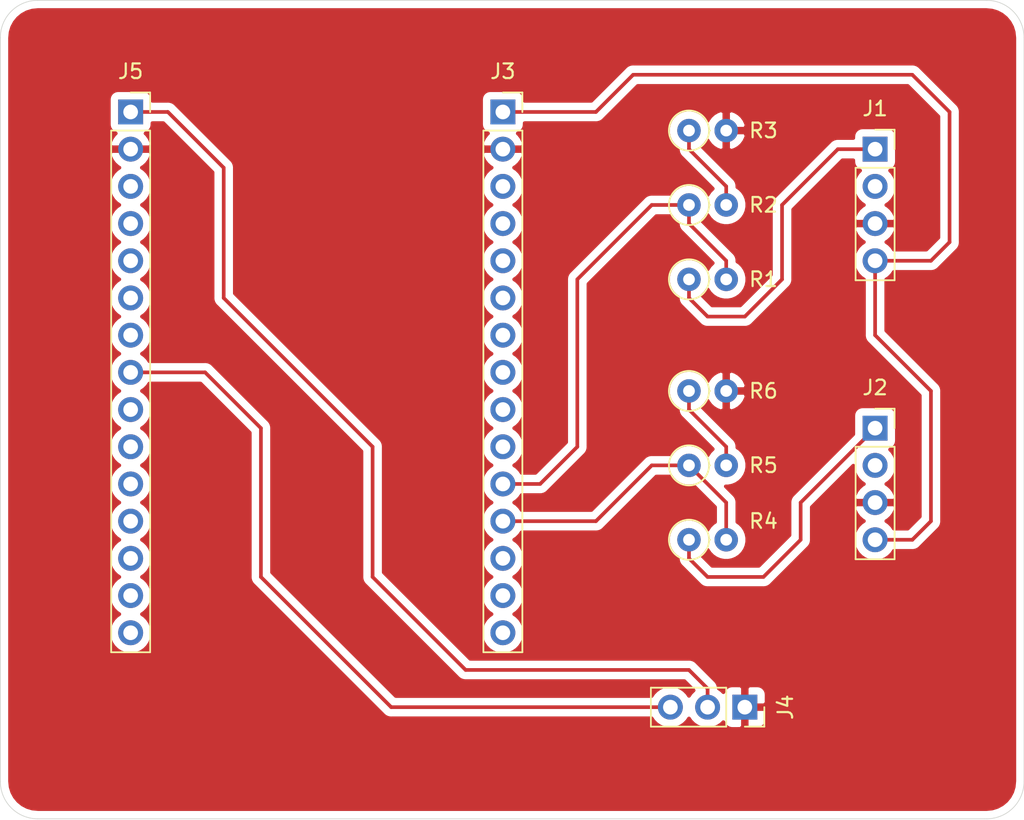
<source format=kicad_pcb>
(kicad_pcb (version 20171130) (host pcbnew 5.1.12-84ad8e8a86~92~ubuntu20.04.1)

  (general
    (thickness 1.6)
    (drawings 8)
    (tracks 58)
    (zones 0)
    (modules 11)
    (nets 36)
  )

  (page A4)
  (layers
    (0 F.Cu signal)
    (31 B.Cu signal)
    (32 B.Adhes user)
    (33 F.Adhes user)
    (34 B.Paste user)
    (35 F.Paste user)
    (36 B.SilkS user)
    (37 F.SilkS user)
    (38 B.Mask user)
    (39 F.Mask user)
    (40 Dwgs.User user)
    (41 Cmts.User user)
    (42 Eco1.User user)
    (43 Eco2.User user)
    (44 Edge.Cuts user)
    (45 Margin user)
    (46 B.CrtYd user)
    (47 F.CrtYd user)
    (48 B.Fab user)
    (49 F.Fab user)
  )

  (setup
    (last_trace_width 0.25)
    (trace_clearance 0.2)
    (zone_clearance 0.508)
    (zone_45_only no)
    (trace_min 0.2)
    (via_size 0.8)
    (via_drill 0.4)
    (via_min_size 0.4)
    (via_min_drill 0.3)
    (uvia_size 0.3)
    (uvia_drill 0.1)
    (uvias_allowed no)
    (uvia_min_size 0.2)
    (uvia_min_drill 0.1)
    (edge_width 0.05)
    (segment_width 0.2)
    (pcb_text_width 0.3)
    (pcb_text_size 1.5 1.5)
    (mod_edge_width 0.12)
    (mod_text_size 1 1)
    (mod_text_width 0.15)
    (pad_size 1.524 1.524)
    (pad_drill 0.762)
    (pad_to_mask_clearance 0)
    (aux_axis_origin 0 0)
    (visible_elements FFFFFF7F)
    (pcbplotparams
      (layerselection 0x010fc_ffffffff)
      (usegerberextensions false)
      (usegerberattributes true)
      (usegerberadvancedattributes true)
      (creategerberjobfile true)
      (excludeedgelayer true)
      (linewidth 0.100000)
      (plotframeref false)
      (viasonmask false)
      (mode 1)
      (useauxorigin false)
      (hpglpennumber 1)
      (hpglpenspeed 20)
      (hpglpendiameter 15.000000)
      (psnegative false)
      (psa4output false)
      (plotreference true)
      (plotvalue true)
      (plotinvisibletext false)
      (padsonsilk false)
      (subtractmaskfromsilk false)
      (outputformat 1)
      (mirror false)
      (drillshape 1)
      (scaleselection 1)
      (outputdirectory ""))
  )

  (net 0 "")
  (net 1 /+5V)
  (net 2 GND)
  (net 3 "Net-(J1-Pad2)")
  (net 4 "Net-(J1-Pad1)")
  (net 5 "Net-(J2-Pad2)")
  (net 6 "Net-(J2-Pad1)")
  (net 7 "Net-(J3-Pad15)")
  (net 8 "Net-(J3-Pad14)")
  (net 9 "Net-(J3-Pad13)")
  (net 10 "Net-(J3-Pad12)")
  (net 11 "Net-(J3-Pad11)")
  (net 12 "Net-(J3-Pad10)")
  (net 13 "Net-(J3-Pad9)")
  (net 14 "Net-(J3-Pad8)")
  (net 15 "Net-(J3-Pad7)")
  (net 16 "Net-(J3-Pad6)")
  (net 17 "Net-(J3-Pad5)")
  (net 18 "Net-(J3-Pad4)")
  (net 19 "Net-(J3-Pad3)")
  (net 20 "Net-(J4-Pad3)")
  (net 21 /+3.3V)
  (net 22 "Net-(J5-Pad15)")
  (net 23 "Net-(J5-Pad14)")
  (net 24 "Net-(J5-Pad13)")
  (net 25 "Net-(J5-Pad12)")
  (net 26 "Net-(J5-Pad11)")
  (net 27 "Net-(J5-Pad10)")
  (net 28 "Net-(J5-Pad9)")
  (net 29 "Net-(J5-Pad7)")
  (net 30 "Net-(J5-Pad6)")
  (net 31 "Net-(J5-Pad5)")
  (net 32 "Net-(J5-Pad4)")
  (net 33 "Net-(J5-Pad3)")
  (net 34 "Net-(R2-Pad2)")
  (net 35 "Net-(R5-Pad2)")

  (net_class Default "Esta es la clase de red por defecto."
    (clearance 0.2)
    (trace_width 0.25)
    (via_dia 0.8)
    (via_drill 0.4)
    (uvia_dia 0.3)
    (uvia_drill 0.1)
    (add_net /+3.3V)
    (add_net /+5V)
    (add_net GND)
    (add_net "Net-(J1-Pad1)")
    (add_net "Net-(J1-Pad2)")
    (add_net "Net-(J2-Pad1)")
    (add_net "Net-(J2-Pad2)")
    (add_net "Net-(J3-Pad10)")
    (add_net "Net-(J3-Pad11)")
    (add_net "Net-(J3-Pad12)")
    (add_net "Net-(J3-Pad13)")
    (add_net "Net-(J3-Pad14)")
    (add_net "Net-(J3-Pad15)")
    (add_net "Net-(J3-Pad3)")
    (add_net "Net-(J3-Pad4)")
    (add_net "Net-(J3-Pad5)")
    (add_net "Net-(J3-Pad6)")
    (add_net "Net-(J3-Pad7)")
    (add_net "Net-(J3-Pad8)")
    (add_net "Net-(J3-Pad9)")
    (add_net "Net-(J4-Pad3)")
    (add_net "Net-(J5-Pad10)")
    (add_net "Net-(J5-Pad11)")
    (add_net "Net-(J5-Pad12)")
    (add_net "Net-(J5-Pad13)")
    (add_net "Net-(J5-Pad14)")
    (add_net "Net-(J5-Pad15)")
    (add_net "Net-(J5-Pad3)")
    (add_net "Net-(J5-Pad4)")
    (add_net "Net-(J5-Pad5)")
    (add_net "Net-(J5-Pad6)")
    (add_net "Net-(J5-Pad7)")
    (add_net "Net-(J5-Pad9)")
    (add_net "Net-(R2-Pad2)")
    (add_net "Net-(R5-Pad2)")
  )

  (module Resistor_THT:R_Axial_DIN0207_L6.3mm_D2.5mm_P2.54mm_Vertical (layer F.Cu) (tedit 5AE5139B) (tstamp 62A0FC65)
    (at 116.84 102.87)
    (descr "Resistor, Axial_DIN0207 series, Axial, Vertical, pin pitch=2.54mm, 0.25W = 1/4W, length*diameter=6.3*2.5mm^2, http://cdn-reichelt.de/documents/datenblatt/B400/1_4W%23YAG.pdf")
    (tags "Resistor Axial_DIN0207 series Axial Vertical pin pitch 2.54mm 0.25W = 1/4W length 6.3mm diameter 2.5mm")
    (path /62ABB946)
    (fp_text reference R6 (at 5.08 0) (layer F.SilkS)
      (effects (font (size 1 1) (thickness 0.15)))
    )
    (fp_text value 22K (at 1.27 2.37) (layer F.Fab)
      (effects (font (size 1 1) (thickness 0.15)))
    )
    (fp_circle (center 0 0) (end 1.25 0) (layer F.Fab) (width 0.1))
    (fp_circle (center 0 0) (end 1.37 0) (layer F.SilkS) (width 0.12))
    (fp_line (start 0 0) (end 2.54 0) (layer F.Fab) (width 0.1))
    (fp_line (start 1.37 0) (end 1.44 0) (layer F.SilkS) (width 0.12))
    (fp_line (start -1.5 -1.5) (end -1.5 1.5) (layer F.CrtYd) (width 0.05))
    (fp_line (start -1.5 1.5) (end 3.59 1.5) (layer F.CrtYd) (width 0.05))
    (fp_line (start 3.59 1.5) (end 3.59 -1.5) (layer F.CrtYd) (width 0.05))
    (fp_line (start 3.59 -1.5) (end -1.5 -1.5) (layer F.CrtYd) (width 0.05))
    (fp_text user %R (at 1.27 -2.37) (layer F.Fab)
      (effects (font (size 1 1) (thickness 0.15)))
    )
    (pad 2 thru_hole oval (at 2.54 0) (size 1.6 1.6) (drill 0.8) (layers *.Cu *.Mask)
      (net 2 GND))
    (pad 1 thru_hole circle (at 0 0) (size 1.6 1.6) (drill 0.8) (layers *.Cu *.Mask)
      (net 35 "Net-(R5-Pad2)"))
    (model ${KISYS3DMOD}/Resistor_THT.3dshapes/R_Axial_DIN0207_L6.3mm_D2.5mm_P2.54mm_Vertical.wrl
      (at (xyz 0 0 0))
      (scale (xyz 1 1 1))
      (rotate (xyz 0 0 0))
    )
  )

  (module Resistor_THT:R_Axial_DIN0207_L6.3mm_D2.5mm_P2.54mm_Vertical (layer F.Cu) (tedit 5AE5139B) (tstamp 62A10308)
    (at 116.84 107.95)
    (descr "Resistor, Axial_DIN0207 series, Axial, Vertical, pin pitch=2.54mm, 0.25W = 1/4W, length*diameter=6.3*2.5mm^2, http://cdn-reichelt.de/documents/datenblatt/B400/1_4W%23YAG.pdf")
    (tags "Resistor Axial_DIN0207 series Axial Vertical pin pitch 2.54mm 0.25W = 1/4W length 6.3mm diameter 2.5mm")
    (path /62ABB940)
    (fp_text reference R5 (at 5.08 0) (layer F.SilkS)
      (effects (font (size 1 1) (thickness 0.15)))
    )
    (fp_text value 10K (at 1.27 2.37) (layer F.Fab)
      (effects (font (size 1 1) (thickness 0.15)))
    )
    (fp_circle (center 0 0) (end 1.25 0) (layer F.Fab) (width 0.1))
    (fp_circle (center 0 0) (end 1.37 0) (layer F.SilkS) (width 0.12))
    (fp_line (start 0 0) (end 2.54 0) (layer F.Fab) (width 0.1))
    (fp_line (start 1.37 0) (end 1.44 0) (layer F.SilkS) (width 0.12))
    (fp_line (start -1.5 -1.5) (end -1.5 1.5) (layer F.CrtYd) (width 0.05))
    (fp_line (start -1.5 1.5) (end 3.59 1.5) (layer F.CrtYd) (width 0.05))
    (fp_line (start 3.59 1.5) (end 3.59 -1.5) (layer F.CrtYd) (width 0.05))
    (fp_line (start 3.59 -1.5) (end -1.5 -1.5) (layer F.CrtYd) (width 0.05))
    (fp_text user %R (at 1.27 -2.37) (layer F.Fab)
      (effects (font (size 1 1) (thickness 0.15)))
    )
    (pad 2 thru_hole oval (at 2.54 0) (size 1.6 1.6) (drill 0.8) (layers *.Cu *.Mask)
      (net 35 "Net-(R5-Pad2)"))
    (pad 1 thru_hole circle (at 0 0) (size 1.6 1.6) (drill 0.8) (layers *.Cu *.Mask)
      (net 10 "Net-(J3-Pad12)"))
    (model ${KISYS3DMOD}/Resistor_THT.3dshapes/R_Axial_DIN0207_L6.3mm_D2.5mm_P2.54mm_Vertical.wrl
      (at (xyz 0 0 0))
      (scale (xyz 1 1 1))
      (rotate (xyz 0 0 0))
    )
  )

  (module Resistor_THT:R_Axial_DIN0207_L6.3mm_D2.5mm_P2.54mm_Vertical (layer F.Cu) (tedit 5AE5139B) (tstamp 62A0FC47)
    (at 116.84 113.03)
    (descr "Resistor, Axial_DIN0207 series, Axial, Vertical, pin pitch=2.54mm, 0.25W = 1/4W, length*diameter=6.3*2.5mm^2, http://cdn-reichelt.de/documents/datenblatt/B400/1_4W%23YAG.pdf")
    (tags "Resistor Axial_DIN0207 series Axial Vertical pin pitch 2.54mm 0.25W = 1/4W length 6.3mm diameter 2.5mm")
    (path /629FDB63)
    (fp_text reference R4 (at 5.08 -1.27) (layer F.SilkS)
      (effects (font (size 1 1) (thickness 0.15)))
    )
    (fp_text value 100K (at 1.27 2.37) (layer F.Fab)
      (effects (font (size 1 1) (thickness 0.15)))
    )
    (fp_circle (center 0 0) (end 1.25 0) (layer F.Fab) (width 0.1))
    (fp_circle (center 0 0) (end 1.37 0) (layer F.SilkS) (width 0.12))
    (fp_line (start 0 0) (end 2.54 0) (layer F.Fab) (width 0.1))
    (fp_line (start 1.37 0) (end 1.44 0) (layer F.SilkS) (width 0.12))
    (fp_line (start -1.5 -1.5) (end -1.5 1.5) (layer F.CrtYd) (width 0.05))
    (fp_line (start -1.5 1.5) (end 3.59 1.5) (layer F.CrtYd) (width 0.05))
    (fp_line (start 3.59 1.5) (end 3.59 -1.5) (layer F.CrtYd) (width 0.05))
    (fp_line (start 3.59 -1.5) (end -1.5 -1.5) (layer F.CrtYd) (width 0.05))
    (fp_text user %R (at 1.27 -2.37) (layer F.Fab)
      (effects (font (size 1 1) (thickness 0.15)))
    )
    (pad 2 thru_hole oval (at 2.54 0) (size 1.6 1.6) (drill 0.8) (layers *.Cu *.Mask)
      (net 10 "Net-(J3-Pad12)"))
    (pad 1 thru_hole circle (at 0 0) (size 1.6 1.6) (drill 0.8) (layers *.Cu *.Mask)
      (net 6 "Net-(J2-Pad1)"))
    (model ${KISYS3DMOD}/Resistor_THT.3dshapes/R_Axial_DIN0207_L6.3mm_D2.5mm_P2.54mm_Vertical.wrl
      (at (xyz 0 0 0))
      (scale (xyz 1 1 1))
      (rotate (xyz 0 0 0))
    )
  )

  (module Resistor_THT:R_Axial_DIN0207_L6.3mm_D2.5mm_P2.54mm_Vertical (layer F.Cu) (tedit 5AE5139B) (tstamp 62A104CC)
    (at 116.84 85.09)
    (descr "Resistor, Axial_DIN0207 series, Axial, Vertical, pin pitch=2.54mm, 0.25W = 1/4W, length*diameter=6.3*2.5mm^2, http://cdn-reichelt.de/documents/datenblatt/B400/1_4W%23YAG.pdf")
    (tags "Resistor Axial_DIN0207 series Axial Vertical pin pitch 2.54mm 0.25W = 1/4W length 6.3mm diameter 2.5mm")
    (path /629FB09D)
    (fp_text reference R3 (at 5.08 0) (layer F.SilkS)
      (effects (font (size 1 1) (thickness 0.15)))
    )
    (fp_text value 22K (at 1.27 2.37) (layer F.Fab)
      (effects (font (size 1 1) (thickness 0.15)))
    )
    (fp_circle (center 0 0) (end 1.25 0) (layer F.Fab) (width 0.1))
    (fp_circle (center 0 0) (end 1.37 0) (layer F.SilkS) (width 0.12))
    (fp_line (start 0 0) (end 2.54 0) (layer F.Fab) (width 0.1))
    (fp_line (start 1.37 0) (end 1.44 0) (layer F.SilkS) (width 0.12))
    (fp_line (start -1.5 -1.5) (end -1.5 1.5) (layer F.CrtYd) (width 0.05))
    (fp_line (start -1.5 1.5) (end 3.59 1.5) (layer F.CrtYd) (width 0.05))
    (fp_line (start 3.59 1.5) (end 3.59 -1.5) (layer F.CrtYd) (width 0.05))
    (fp_line (start 3.59 -1.5) (end -1.5 -1.5) (layer F.CrtYd) (width 0.05))
    (fp_text user %R (at 1.27 -2.37) (layer F.Fab)
      (effects (font (size 1 1) (thickness 0.15)))
    )
    (pad 2 thru_hole oval (at 2.54 0) (size 1.6 1.6) (drill 0.8) (layers *.Cu *.Mask)
      (net 2 GND))
    (pad 1 thru_hole circle (at 0 0) (size 1.6 1.6) (drill 0.8) (layers *.Cu *.Mask)
      (net 34 "Net-(R2-Pad2)"))
    (model ${KISYS3DMOD}/Resistor_THT.3dshapes/R_Axial_DIN0207_L6.3mm_D2.5mm_P2.54mm_Vertical.wrl
      (at (xyz 0 0 0))
      (scale (xyz 1 1 1))
      (rotate (xyz 0 0 0))
    )
  )

  (module Resistor_THT:R_Axial_DIN0207_L6.3mm_D2.5mm_P2.54mm_Vertical (layer F.Cu) (tedit 5AE5139B) (tstamp 62A0FC29)
    (at 116.84 90.17)
    (descr "Resistor, Axial_DIN0207 series, Axial, Vertical, pin pitch=2.54mm, 0.25W = 1/4W, length*diameter=6.3*2.5mm^2, http://cdn-reichelt.de/documents/datenblatt/B400/1_4W%23YAG.pdf")
    (tags "Resistor Axial_DIN0207 series Axial Vertical pin pitch 2.54mm 0.25W = 1/4W length 6.3mm diameter 2.5mm")
    (path /629FA84C)
    (fp_text reference R2 (at 5.08 0) (layer F.SilkS)
      (effects (font (size 1 1) (thickness 0.15)))
    )
    (fp_text value 10K (at 1.27 2.37) (layer F.Fab)
      (effects (font (size 1 1) (thickness 0.15)))
    )
    (fp_circle (center 0 0) (end 1.25 0) (layer F.Fab) (width 0.1))
    (fp_circle (center 0 0) (end 1.37 0) (layer F.SilkS) (width 0.12))
    (fp_line (start 0 0) (end 2.54 0) (layer F.Fab) (width 0.1))
    (fp_line (start 1.37 0) (end 1.44 0) (layer F.SilkS) (width 0.12))
    (fp_line (start -1.5 -1.5) (end -1.5 1.5) (layer F.CrtYd) (width 0.05))
    (fp_line (start -1.5 1.5) (end 3.59 1.5) (layer F.CrtYd) (width 0.05))
    (fp_line (start 3.59 1.5) (end 3.59 -1.5) (layer F.CrtYd) (width 0.05))
    (fp_line (start 3.59 -1.5) (end -1.5 -1.5) (layer F.CrtYd) (width 0.05))
    (fp_text user %R (at 1.27 -2.37) (layer F.Fab)
      (effects (font (size 1 1) (thickness 0.15)))
    )
    (pad 2 thru_hole oval (at 2.54 0) (size 1.6 1.6) (drill 0.8) (layers *.Cu *.Mask)
      (net 34 "Net-(R2-Pad2)"))
    (pad 1 thru_hole circle (at 0 0) (size 1.6 1.6) (drill 0.8) (layers *.Cu *.Mask)
      (net 11 "Net-(J3-Pad11)"))
    (model ${KISYS3DMOD}/Resistor_THT.3dshapes/R_Axial_DIN0207_L6.3mm_D2.5mm_P2.54mm_Vertical.wrl
      (at (xyz 0 0 0))
      (scale (xyz 1 1 1))
      (rotate (xyz 0 0 0))
    )
  )

  (module Resistor_THT:R_Axial_DIN0207_L6.3mm_D2.5mm_P2.54mm_Vertical (layer F.Cu) (tedit 5AE5139B) (tstamp 62A0FC1A)
    (at 116.84 95.25)
    (descr "Resistor, Axial_DIN0207 series, Axial, Vertical, pin pitch=2.54mm, 0.25W = 1/4W, length*diameter=6.3*2.5mm^2, http://cdn-reichelt.de/documents/datenblatt/B400/1_4W%23YAG.pdf")
    (tags "Resistor Axial_DIN0207 series Axial Vertical pin pitch 2.54mm 0.25W = 1/4W length 6.3mm diameter 2.5mm")
    (path /629FB3AA)
    (fp_text reference R1 (at 5.08 0) (layer F.SilkS)
      (effects (font (size 1 1) (thickness 0.15)))
    )
    (fp_text value 100K (at 1.27 2.37) (layer F.Fab)
      (effects (font (size 1 1) (thickness 0.15)))
    )
    (fp_circle (center 0 0) (end 1.25 0) (layer F.Fab) (width 0.1))
    (fp_circle (center 0 0) (end 1.37 0) (layer F.SilkS) (width 0.12))
    (fp_line (start 0 0) (end 2.54 0) (layer F.Fab) (width 0.1))
    (fp_line (start 1.37 0) (end 1.44 0) (layer F.SilkS) (width 0.12))
    (fp_line (start -1.5 -1.5) (end -1.5 1.5) (layer F.CrtYd) (width 0.05))
    (fp_line (start -1.5 1.5) (end 3.59 1.5) (layer F.CrtYd) (width 0.05))
    (fp_line (start 3.59 1.5) (end 3.59 -1.5) (layer F.CrtYd) (width 0.05))
    (fp_line (start 3.59 -1.5) (end -1.5 -1.5) (layer F.CrtYd) (width 0.05))
    (fp_text user %R (at 1.27 -2.37) (layer F.Fab)
      (effects (font (size 1 1) (thickness 0.15)))
    )
    (pad 2 thru_hole oval (at 2.54 0) (size 1.6 1.6) (drill 0.8) (layers *.Cu *.Mask)
      (net 11 "Net-(J3-Pad11)"))
    (pad 1 thru_hole circle (at 0 0) (size 1.6 1.6) (drill 0.8) (layers *.Cu *.Mask)
      (net 4 "Net-(J1-Pad1)"))
    (model ${KISYS3DMOD}/Resistor_THT.3dshapes/R_Axial_DIN0207_L6.3mm_D2.5mm_P2.54mm_Vertical.wrl
      (at (xyz 0 0 0))
      (scale (xyz 1 1 1))
      (rotate (xyz 0 0 0))
    )
  )

  (module Connector_PinSocket_2.54mm:PinSocket_1x15_P2.54mm_Vertical (layer F.Cu) (tedit 5A19A41D) (tstamp 62A1FBF5)
    (at 78.74 83.82)
    (descr "Through hole straight socket strip, 1x15, 2.54mm pitch, single row (from Kicad 4.0.7), script generated")
    (tags "Through hole socket strip THT 1x15 2.54mm single row")
    (path /62A42FD5)
    (fp_text reference J5 (at 0 -2.77) (layer F.SilkS)
      (effects (font (size 1 1) (thickness 0.15)))
    )
    (fp_text value Conn_01x15_Female (at 0 38.33) (layer F.Fab)
      (effects (font (size 1 1) (thickness 0.15)))
    )
    (fp_line (start -1.8 37.3) (end -1.8 -1.8) (layer F.CrtYd) (width 0.05))
    (fp_line (start 1.75 37.3) (end -1.8 37.3) (layer F.CrtYd) (width 0.05))
    (fp_line (start 1.75 -1.8) (end 1.75 37.3) (layer F.CrtYd) (width 0.05))
    (fp_line (start -1.8 -1.8) (end 1.75 -1.8) (layer F.CrtYd) (width 0.05))
    (fp_line (start 0 -1.33) (end 1.33 -1.33) (layer F.SilkS) (width 0.12))
    (fp_line (start 1.33 -1.33) (end 1.33 0) (layer F.SilkS) (width 0.12))
    (fp_line (start 1.33 1.27) (end 1.33 36.89) (layer F.SilkS) (width 0.12))
    (fp_line (start -1.33 36.89) (end 1.33 36.89) (layer F.SilkS) (width 0.12))
    (fp_line (start -1.33 1.27) (end -1.33 36.89) (layer F.SilkS) (width 0.12))
    (fp_line (start -1.33 1.27) (end 1.33 1.27) (layer F.SilkS) (width 0.12))
    (fp_line (start -1.27 36.83) (end -1.27 -1.27) (layer F.Fab) (width 0.1))
    (fp_line (start 1.27 36.83) (end -1.27 36.83) (layer F.Fab) (width 0.1))
    (fp_line (start 1.27 -0.635) (end 1.27 36.83) (layer F.Fab) (width 0.1))
    (fp_line (start 0.635 -1.27) (end 1.27 -0.635) (layer F.Fab) (width 0.1))
    (fp_line (start -1.27 -1.27) (end 0.635 -1.27) (layer F.Fab) (width 0.1))
    (fp_text user %R (at 0 17.78 90) (layer F.Fab)
      (effects (font (size 1 1) (thickness 0.15)))
    )
    (pad 1 thru_hole rect (at 0 0) (size 1.7 1.7) (drill 1) (layers *.Cu *.Mask)
      (net 21 /+3.3V))
    (pad 2 thru_hole oval (at 0 2.54) (size 1.7 1.7) (drill 1) (layers *.Cu *.Mask)
      (net 2 GND))
    (pad 3 thru_hole oval (at 0 5.08) (size 1.7 1.7) (drill 1) (layers *.Cu *.Mask)
      (net 33 "Net-(J5-Pad3)"))
    (pad 4 thru_hole oval (at 0 7.62) (size 1.7 1.7) (drill 1) (layers *.Cu *.Mask)
      (net 32 "Net-(J5-Pad4)"))
    (pad 5 thru_hole oval (at 0 10.16) (size 1.7 1.7) (drill 1) (layers *.Cu *.Mask)
      (net 31 "Net-(J5-Pad5)"))
    (pad 6 thru_hole oval (at 0 12.7) (size 1.7 1.7) (drill 1) (layers *.Cu *.Mask)
      (net 30 "Net-(J5-Pad6)"))
    (pad 7 thru_hole oval (at 0 15.24) (size 1.7 1.7) (drill 1) (layers *.Cu *.Mask)
      (net 29 "Net-(J5-Pad7)"))
    (pad 8 thru_hole oval (at 0 17.78) (size 1.7 1.7) (drill 1) (layers *.Cu *.Mask)
      (net 20 "Net-(J4-Pad3)"))
    (pad 9 thru_hole oval (at 0 20.32) (size 1.7 1.7) (drill 1) (layers *.Cu *.Mask)
      (net 28 "Net-(J5-Pad9)"))
    (pad 10 thru_hole oval (at 0 22.86) (size 1.7 1.7) (drill 1) (layers *.Cu *.Mask)
      (net 27 "Net-(J5-Pad10)"))
    (pad 11 thru_hole oval (at 0 25.4) (size 1.7 1.7) (drill 1) (layers *.Cu *.Mask)
      (net 26 "Net-(J5-Pad11)"))
    (pad 12 thru_hole oval (at 0 27.94) (size 1.7 1.7) (drill 1) (layers *.Cu *.Mask)
      (net 25 "Net-(J5-Pad12)"))
    (pad 13 thru_hole oval (at 0 30.48) (size 1.7 1.7) (drill 1) (layers *.Cu *.Mask)
      (net 24 "Net-(J5-Pad13)"))
    (pad 14 thru_hole oval (at 0 33.02) (size 1.7 1.7) (drill 1) (layers *.Cu *.Mask)
      (net 23 "Net-(J5-Pad14)"))
    (pad 15 thru_hole oval (at 0 35.56) (size 1.7 1.7) (drill 1) (layers *.Cu *.Mask)
      (net 22 "Net-(J5-Pad15)"))
    (model ${KISYS3DMOD}/Connector_PinSocket_2.54mm.3dshapes/PinSocket_1x15_P2.54mm_Vertical.wrl
      (at (xyz 0 0 0))
      (scale (xyz 1 1 1))
      (rotate (xyz 0 0 0))
    )
  )

  (module Connector_PinSocket_2.54mm:PinSocket_1x03_P2.54mm_Vertical (layer F.Cu) (tedit 5A19A429) (tstamp 62A0FBE8)
    (at 120.65 124.46 270)
    (descr "Through hole straight socket strip, 1x03, 2.54mm pitch, single row (from Kicad 4.0.7), script generated")
    (tags "Through hole socket strip THT 1x03 2.54mm single row")
    (path /62A1229F)
    (fp_text reference J4 (at 0 -2.77 90) (layer F.SilkS)
      (effects (font (size 1 1) (thickness 0.15)))
    )
    (fp_text value Conn_01x03_Female (at 0 7.85 90) (layer F.Fab)
      (effects (font (size 1 1) (thickness 0.15)))
    )
    (fp_line (start -1.27 -1.27) (end 0.635 -1.27) (layer F.Fab) (width 0.1))
    (fp_line (start 0.635 -1.27) (end 1.27 -0.635) (layer F.Fab) (width 0.1))
    (fp_line (start 1.27 -0.635) (end 1.27 6.35) (layer F.Fab) (width 0.1))
    (fp_line (start 1.27 6.35) (end -1.27 6.35) (layer F.Fab) (width 0.1))
    (fp_line (start -1.27 6.35) (end -1.27 -1.27) (layer F.Fab) (width 0.1))
    (fp_line (start -1.33 1.27) (end 1.33 1.27) (layer F.SilkS) (width 0.12))
    (fp_line (start -1.33 1.27) (end -1.33 6.41) (layer F.SilkS) (width 0.12))
    (fp_line (start -1.33 6.41) (end 1.33 6.41) (layer F.SilkS) (width 0.12))
    (fp_line (start 1.33 1.27) (end 1.33 6.41) (layer F.SilkS) (width 0.12))
    (fp_line (start 1.33 -1.33) (end 1.33 0) (layer F.SilkS) (width 0.12))
    (fp_line (start 0 -1.33) (end 1.33 -1.33) (layer F.SilkS) (width 0.12))
    (fp_line (start -1.8 -1.8) (end 1.75 -1.8) (layer F.CrtYd) (width 0.05))
    (fp_line (start 1.75 -1.8) (end 1.75 6.85) (layer F.CrtYd) (width 0.05))
    (fp_line (start 1.75 6.85) (end -1.8 6.85) (layer F.CrtYd) (width 0.05))
    (fp_line (start -1.8 6.85) (end -1.8 -1.8) (layer F.CrtYd) (width 0.05))
    (fp_text user %R (at 0 2.54) (layer F.Fab)
      (effects (font (size 1 1) (thickness 0.15)))
    )
    (pad 3 thru_hole oval (at 0 5.08 270) (size 1.7 1.7) (drill 1) (layers *.Cu *.Mask)
      (net 20 "Net-(J4-Pad3)"))
    (pad 2 thru_hole oval (at 0 2.54 270) (size 1.7 1.7) (drill 1) (layers *.Cu *.Mask)
      (net 21 /+3.3V))
    (pad 1 thru_hole rect (at 0 0 270) (size 1.7 1.7) (drill 1) (layers *.Cu *.Mask)
      (net 2 GND))
    (model ${KISYS3DMOD}/Connector_PinSocket_2.54mm.3dshapes/PinSocket_1x03_P2.54mm_Vertical.wrl
      (at (xyz 0 0 0))
      (scale (xyz 1 1 1))
      (rotate (xyz 0 0 0))
    )
  )

  (module Connector_PinSocket_2.54mm:PinSocket_1x15_P2.54mm_Vertical (layer F.Cu) (tedit 5A19A41D) (tstamp 62A1FAB2)
    (at 104.14 83.82)
    (descr "Through hole straight socket strip, 1x15, 2.54mm pitch, single row (from Kicad 4.0.7), script generated")
    (tags "Through hole socket strip THT 1x15 2.54mm single row")
    (path /62A40EB1)
    (fp_text reference J3 (at 0 -2.77) (layer F.SilkS)
      (effects (font (size 1 1) (thickness 0.15)))
    )
    (fp_text value Conn_01x15_Female (at 0 38.33) (layer F.Fab)
      (effects (font (size 1 1) (thickness 0.15)))
    )
    (fp_line (start -1.27 -1.27) (end 0.635 -1.27) (layer F.Fab) (width 0.1))
    (fp_line (start 0.635 -1.27) (end 1.27 -0.635) (layer F.Fab) (width 0.1))
    (fp_line (start 1.27 -0.635) (end 1.27 36.83) (layer F.Fab) (width 0.1))
    (fp_line (start 1.27 36.83) (end -1.27 36.83) (layer F.Fab) (width 0.1))
    (fp_line (start -1.27 36.83) (end -1.27 -1.27) (layer F.Fab) (width 0.1))
    (fp_line (start -1.33 1.27) (end 1.33 1.27) (layer F.SilkS) (width 0.12))
    (fp_line (start -1.33 1.27) (end -1.33 36.89) (layer F.SilkS) (width 0.12))
    (fp_line (start -1.33 36.89) (end 1.33 36.89) (layer F.SilkS) (width 0.12))
    (fp_line (start 1.33 1.27) (end 1.33 36.89) (layer F.SilkS) (width 0.12))
    (fp_line (start 1.33 -1.33) (end 1.33 0) (layer F.SilkS) (width 0.12))
    (fp_line (start 0 -1.33) (end 1.33 -1.33) (layer F.SilkS) (width 0.12))
    (fp_line (start -1.8 -1.8) (end 1.75 -1.8) (layer F.CrtYd) (width 0.05))
    (fp_line (start 1.75 -1.8) (end 1.75 37.3) (layer F.CrtYd) (width 0.05))
    (fp_line (start 1.75 37.3) (end -1.8 37.3) (layer F.CrtYd) (width 0.05))
    (fp_line (start -1.8 37.3) (end -1.8 -1.8) (layer F.CrtYd) (width 0.05))
    (fp_text user %R (at 0 17.78 90) (layer F.Fab)
      (effects (font (size 1 1) (thickness 0.15)))
    )
    (pad 15 thru_hole oval (at 0 35.56) (size 1.7 1.7) (drill 1) (layers *.Cu *.Mask)
      (net 7 "Net-(J3-Pad15)"))
    (pad 14 thru_hole oval (at 0 33.02) (size 1.7 1.7) (drill 1) (layers *.Cu *.Mask)
      (net 8 "Net-(J3-Pad14)"))
    (pad 13 thru_hole oval (at 0 30.48) (size 1.7 1.7) (drill 1) (layers *.Cu *.Mask)
      (net 9 "Net-(J3-Pad13)"))
    (pad 12 thru_hole oval (at 0 27.94) (size 1.7 1.7) (drill 1) (layers *.Cu *.Mask)
      (net 10 "Net-(J3-Pad12)"))
    (pad 11 thru_hole oval (at 0 25.4) (size 1.7 1.7) (drill 1) (layers *.Cu *.Mask)
      (net 11 "Net-(J3-Pad11)"))
    (pad 10 thru_hole oval (at 0 22.86) (size 1.7 1.7) (drill 1) (layers *.Cu *.Mask)
      (net 12 "Net-(J3-Pad10)"))
    (pad 9 thru_hole oval (at 0 20.32) (size 1.7 1.7) (drill 1) (layers *.Cu *.Mask)
      (net 13 "Net-(J3-Pad9)"))
    (pad 8 thru_hole oval (at 0 17.78) (size 1.7 1.7) (drill 1) (layers *.Cu *.Mask)
      (net 14 "Net-(J3-Pad8)"))
    (pad 7 thru_hole oval (at 0 15.24) (size 1.7 1.7) (drill 1) (layers *.Cu *.Mask)
      (net 15 "Net-(J3-Pad7)"))
    (pad 6 thru_hole oval (at 0 12.7) (size 1.7 1.7) (drill 1) (layers *.Cu *.Mask)
      (net 16 "Net-(J3-Pad6)"))
    (pad 5 thru_hole oval (at 0 10.16) (size 1.7 1.7) (drill 1) (layers *.Cu *.Mask)
      (net 17 "Net-(J3-Pad5)"))
    (pad 4 thru_hole oval (at 0 7.62) (size 1.7 1.7) (drill 1) (layers *.Cu *.Mask)
      (net 18 "Net-(J3-Pad4)"))
    (pad 3 thru_hole oval (at 0 5.08) (size 1.7 1.7) (drill 1) (layers *.Cu *.Mask)
      (net 19 "Net-(J3-Pad3)"))
    (pad 2 thru_hole oval (at 0 2.54) (size 1.7 1.7) (drill 1) (layers *.Cu *.Mask)
      (net 2 GND))
    (pad 1 thru_hole rect (at 0 0) (size 1.7 1.7) (drill 1) (layers *.Cu *.Mask)
      (net 1 /+5V))
    (model ${KISYS3DMOD}/Connector_PinSocket_2.54mm.3dshapes/PinSocket_1x15_P2.54mm_Vertical.wrl
      (at (xyz 0 0 0))
      (scale (xyz 1 1 1))
      (rotate (xyz 0 0 0))
    )
  )

  (module Connector_PinSocket_2.54mm:PinSocket_1x04_P2.54mm_Vertical (layer F.Cu) (tedit 5A19A429) (tstamp 62A0FFF8)
    (at 129.54 105.41)
    (descr "Through hole straight socket strip, 1x04, 2.54mm pitch, single row (from Kicad 4.0.7), script generated")
    (tags "Through hole socket strip THT 1x04 2.54mm single row")
    (path /62A07287)
    (fp_text reference J2 (at 0 -2.77) (layer F.SilkS)
      (effects (font (size 1 1) (thickness 0.15)))
    )
    (fp_text value Conn_01x04_Female (at 0 10.39) (layer F.Fab)
      (effects (font (size 1 1) (thickness 0.15)))
    )
    (fp_line (start -1.27 -1.27) (end 0.635 -1.27) (layer F.Fab) (width 0.1))
    (fp_line (start 0.635 -1.27) (end 1.27 -0.635) (layer F.Fab) (width 0.1))
    (fp_line (start 1.27 -0.635) (end 1.27 8.89) (layer F.Fab) (width 0.1))
    (fp_line (start 1.27 8.89) (end -1.27 8.89) (layer F.Fab) (width 0.1))
    (fp_line (start -1.27 8.89) (end -1.27 -1.27) (layer F.Fab) (width 0.1))
    (fp_line (start -1.33 1.27) (end 1.33 1.27) (layer F.SilkS) (width 0.12))
    (fp_line (start -1.33 1.27) (end -1.33 8.95) (layer F.SilkS) (width 0.12))
    (fp_line (start -1.33 8.95) (end 1.33 8.95) (layer F.SilkS) (width 0.12))
    (fp_line (start 1.33 1.27) (end 1.33 8.95) (layer F.SilkS) (width 0.12))
    (fp_line (start 1.33 -1.33) (end 1.33 0) (layer F.SilkS) (width 0.12))
    (fp_line (start 0 -1.33) (end 1.33 -1.33) (layer F.SilkS) (width 0.12))
    (fp_line (start -1.8 -1.8) (end 1.75 -1.8) (layer F.CrtYd) (width 0.05))
    (fp_line (start 1.75 -1.8) (end 1.75 9.4) (layer F.CrtYd) (width 0.05))
    (fp_line (start 1.75 9.4) (end -1.8 9.4) (layer F.CrtYd) (width 0.05))
    (fp_line (start -1.8 9.4) (end -1.8 -1.8) (layer F.CrtYd) (width 0.05))
    (fp_text user %R (at 0 3.81 90) (layer F.Fab)
      (effects (font (size 1 1) (thickness 0.15)))
    )
    (pad 4 thru_hole oval (at 0 7.62) (size 1.7 1.7) (drill 1) (layers *.Cu *.Mask)
      (net 1 /+5V))
    (pad 3 thru_hole oval (at 0 5.08) (size 1.7 1.7) (drill 1) (layers *.Cu *.Mask)
      (net 2 GND))
    (pad 2 thru_hole oval (at 0 2.54) (size 1.7 1.7) (drill 1) (layers *.Cu *.Mask)
      (net 5 "Net-(J2-Pad2)"))
    (pad 1 thru_hole rect (at 0 0) (size 1.7 1.7) (drill 1) (layers *.Cu *.Mask)
      (net 6 "Net-(J2-Pad1)"))
    (model ${KISYS3DMOD}/Connector_PinSocket_2.54mm.3dshapes/PinSocket_1x04_P2.54mm_Vertical.wrl
      (at (xyz 0 0 0))
      (scale (xyz 1 1 1))
      (rotate (xyz 0 0 0))
    )
  )

  (module Connector_PinSocket_2.54mm:PinSocket_1x04_P2.54mm_Vertical (layer F.Cu) (tedit 5A19A429) (tstamp 62A0FF54)
    (at 129.54 86.36)
    (descr "Through hole straight socket strip, 1x04, 2.54mm pitch, single row (from Kicad 4.0.7), script generated")
    (tags "Through hole socket strip THT 1x04 2.54mm single row")
    (path /62A04080)
    (fp_text reference J1 (at 0 -2.77) (layer F.SilkS)
      (effects (font (size 1 1) (thickness 0.15)))
    )
    (fp_text value Conn_01x04_Female (at 0 10.39) (layer F.Fab)
      (effects (font (size 1 1) (thickness 0.15)))
    )
    (fp_line (start -1.27 -1.27) (end 0.635 -1.27) (layer F.Fab) (width 0.1))
    (fp_line (start 0.635 -1.27) (end 1.27 -0.635) (layer F.Fab) (width 0.1))
    (fp_line (start 1.27 -0.635) (end 1.27 8.89) (layer F.Fab) (width 0.1))
    (fp_line (start 1.27 8.89) (end -1.27 8.89) (layer F.Fab) (width 0.1))
    (fp_line (start -1.27 8.89) (end -1.27 -1.27) (layer F.Fab) (width 0.1))
    (fp_line (start -1.33 1.27) (end 1.33 1.27) (layer F.SilkS) (width 0.12))
    (fp_line (start -1.33 1.27) (end -1.33 8.95) (layer F.SilkS) (width 0.12))
    (fp_line (start -1.33 8.95) (end 1.33 8.95) (layer F.SilkS) (width 0.12))
    (fp_line (start 1.33 1.27) (end 1.33 8.95) (layer F.SilkS) (width 0.12))
    (fp_line (start 1.33 -1.33) (end 1.33 0) (layer F.SilkS) (width 0.12))
    (fp_line (start 0 -1.33) (end 1.33 -1.33) (layer F.SilkS) (width 0.12))
    (fp_line (start -1.8 -1.8) (end 1.75 -1.8) (layer F.CrtYd) (width 0.05))
    (fp_line (start 1.75 -1.8) (end 1.75 9.4) (layer F.CrtYd) (width 0.05))
    (fp_line (start 1.75 9.4) (end -1.8 9.4) (layer F.CrtYd) (width 0.05))
    (fp_line (start -1.8 9.4) (end -1.8 -1.8) (layer F.CrtYd) (width 0.05))
    (fp_text user %R (at 0 3.81 90) (layer F.Fab)
      (effects (font (size 1 1) (thickness 0.15)))
    )
    (pad 4 thru_hole oval (at 0 7.62) (size 1.7 1.7) (drill 1) (layers *.Cu *.Mask)
      (net 1 /+5V))
    (pad 3 thru_hole oval (at 0 5.08) (size 1.7 1.7) (drill 1) (layers *.Cu *.Mask)
      (net 2 GND))
    (pad 2 thru_hole oval (at 0 2.54) (size 1.7 1.7) (drill 1) (layers *.Cu *.Mask)
      (net 3 "Net-(J1-Pad2)"))
    (pad 1 thru_hole rect (at 0 0) (size 1.7 1.7) (drill 1) (layers *.Cu *.Mask)
      (net 4 "Net-(J1-Pad1)"))
    (model ${KISYS3DMOD}/Connector_PinSocket_2.54mm.3dshapes/PinSocket_1x04_P2.54mm_Vertical.wrl
      (at (xyz 0 0 0))
      (scale (xyz 1 1 1))
      (rotate (xyz 0 0 0))
    )
  )

  (gr_line (start 137.16 76.2) (end 72.39 76.2) (layer Edge.Cuts) (width 0.05) (tstamp 62A22062))
  (gr_line (start 139.7 129.54) (end 139.7 78.74) (layer Edge.Cuts) (width 0.05) (tstamp 62A22061))
  (gr_line (start 72.39 132.08) (end 137.16 132.08) (layer Edge.Cuts) (width 0.05) (tstamp 62A22060))
  (gr_line (start 69.85 78.74) (end 69.85 129.54) (layer Edge.Cuts) (width 0.05) (tstamp 62A2205F))
  (gr_arc (start 72.39 129.54) (end 69.85 129.54) (angle -90) (layer Edge.Cuts) (width 0.05))
  (gr_arc (start 137.16 129.54) (end 137.16 132.08) (angle -90) (layer Edge.Cuts) (width 0.05))
  (gr_arc (start 137.16 78.74) (end 139.7 78.74) (angle -90) (layer Edge.Cuts) (width 0.05))
  (gr_arc (start 72.39 78.74) (end 72.39 76.2) (angle -90) (layer Edge.Cuts) (width 0.05))

  (segment (start 129.54 93.98) (end 129.54 99.06) (width 0.25) (layer F.Cu) (net 1))
  (segment (start 129.54 99.06) (end 133.35 102.87) (width 0.25) (layer F.Cu) (net 1))
  (segment (start 133.35 102.87) (end 133.35 111.76) (width 0.25) (layer F.Cu) (net 1))
  (segment (start 132.08 113.03) (end 129.54 113.03) (width 0.25) (layer F.Cu) (net 1))
  (segment (start 133.35 111.76) (end 132.08 113.03) (width 0.25) (layer F.Cu) (net 1))
  (segment (start 134.62 92.71) (end 133.35 93.98) (width 0.25) (layer F.Cu) (net 1))
  (segment (start 134.62 83.82) (end 134.62 92.71) (width 0.25) (layer F.Cu) (net 1))
  (segment (start 132.08 81.28) (end 134.62 83.82) (width 0.25) (layer F.Cu) (net 1))
  (segment (start 133.35 93.98) (end 129.54 93.98) (width 0.25) (layer F.Cu) (net 1))
  (segment (start 113.03 81.28) (end 132.08 81.28) (width 0.25) (layer F.Cu) (net 1))
  (segment (start 110.49 83.82) (end 113.03 81.28) (width 0.25) (layer F.Cu) (net 1))
  (segment (start 104.14 83.82) (end 110.49 83.82) (width 0.25) (layer F.Cu) (net 1))
  (segment (start 116.84 95.25) (end 116.84 96.52) (width 0.25) (layer F.Cu) (net 4))
  (segment (start 116.84 96.52) (end 118.11 97.79) (width 0.25) (layer F.Cu) (net 4))
  (segment (start 127 86.36) (end 129.54 86.36) (width 0.25) (layer F.Cu) (net 4))
  (segment (start 118.11 97.79) (end 120.65 97.79) (width 0.25) (layer F.Cu) (net 4))
  (segment (start 120.65 97.79) (end 123.19 95.25) (width 0.25) (layer F.Cu) (net 4))
  (segment (start 123.19 95.25) (end 123.19 90.17) (width 0.25) (layer F.Cu) (net 4))
  (segment (start 123.19 90.17) (end 127 86.36) (width 0.25) (layer F.Cu) (net 4))
  (segment (start 116.84 113.03) (end 116.84 114.3) (width 0.25) (layer F.Cu) (net 6))
  (segment (start 116.84 114.3) (end 118.11 115.57) (width 0.25) (layer F.Cu) (net 6))
  (segment (start 118.11 115.57) (end 121.92 115.57) (width 0.25) (layer F.Cu) (net 6))
  (segment (start 121.92 115.57) (end 124.46 113.03) (width 0.25) (layer F.Cu) (net 6))
  (segment (start 124.46 110.49) (end 129.54 105.41) (width 0.25) (layer F.Cu) (net 6))
  (segment (start 124.46 113.03) (end 124.46 110.49) (width 0.25) (layer F.Cu) (net 6))
  (segment (start 116.84 107.95) (end 119.38 110.49) (width 0.25) (layer F.Cu) (net 10))
  (segment (start 119.38 110.49) (end 119.38 113.03) (width 0.25) (layer F.Cu) (net 10))
  (segment (start 110.49 111.76) (end 104.14 111.76) (width 0.25) (layer F.Cu) (net 10))
  (segment (start 114.3 107.95) (end 110.49 111.76) (width 0.25) (layer F.Cu) (net 10))
  (segment (start 116.84 107.95) (end 114.3 107.95) (width 0.25) (layer F.Cu) (net 10))
  (segment (start 119.38 95.25) (end 119.38 93.98) (width 0.25) (layer F.Cu) (net 11))
  (segment (start 116.84 91.44) (end 116.84 90.17) (width 0.25) (layer F.Cu) (net 11))
  (segment (start 119.38 93.98) (end 116.84 91.44) (width 0.25) (layer F.Cu) (net 11))
  (segment (start 109.22 95.25) (end 109.22 106.68) (width 0.25) (layer F.Cu) (net 11))
  (segment (start 114.3 90.17) (end 109.22 95.25) (width 0.25) (layer F.Cu) (net 11))
  (segment (start 116.84 90.17) (end 114.3 90.17) (width 0.25) (layer F.Cu) (net 11))
  (segment (start 109.22 106.68) (end 106.68 109.22) (width 0.25) (layer F.Cu) (net 11))
  (segment (start 106.68 109.22) (end 104.14 109.22) (width 0.25) (layer F.Cu) (net 11))
  (segment (start 83.82 101.6) (end 78.74 101.6) (width 0.25) (layer F.Cu) (net 20))
  (segment (start 87.63 105.41) (end 83.82 101.6) (width 0.25) (layer F.Cu) (net 20))
  (segment (start 87.63 115.57) (end 87.63 105.41) (width 0.25) (layer F.Cu) (net 20))
  (segment (start 96.52 124.46) (end 87.63 115.57) (width 0.25) (layer F.Cu) (net 20))
  (segment (start 115.57 124.46) (end 96.52 124.46) (width 0.25) (layer F.Cu) (net 20))
  (segment (start 118.11 124.46) (end 118.11 123.19) (width 0.25) (layer F.Cu) (net 21))
  (segment (start 118.11 123.19) (end 116.84 121.92) (width 0.25) (layer F.Cu) (net 21))
  (segment (start 116.84 121.92) (end 101.6 121.92) (width 0.25) (layer F.Cu) (net 21))
  (segment (start 101.6 121.92) (end 95.25 115.57) (width 0.25) (layer F.Cu) (net 21))
  (segment (start 95.25 115.57) (end 95.25 106.68) (width 0.25) (layer F.Cu) (net 21))
  (segment (start 95.25 106.68) (end 85.09 96.52) (width 0.25) (layer F.Cu) (net 21))
  (segment (start 85.09 96.52) (end 85.09 87.63) (width 0.25) (layer F.Cu) (net 21))
  (segment (start 81.28 83.82) (end 78.74 83.82) (width 0.25) (layer F.Cu) (net 21))
  (segment (start 85.09 87.63) (end 81.28 83.82) (width 0.25) (layer F.Cu) (net 21))
  (segment (start 119.38 90.17) (end 119.38 88.9) (width 0.25) (layer F.Cu) (net 34))
  (segment (start 116.84 86.36) (end 116.84 85.09) (width 0.25) (layer F.Cu) (net 34))
  (segment (start 119.38 88.9) (end 116.84 86.36) (width 0.25) (layer F.Cu) (net 34))
  (segment (start 119.38 107.95) (end 119.38 106.68) (width 0.25) (layer F.Cu) (net 35))
  (segment (start 116.84 104.14) (end 116.84 102.87) (width 0.25) (layer F.Cu) (net 35))
  (segment (start 119.38 106.68) (end 116.84 104.14) (width 0.25) (layer F.Cu) (net 35))

  (zone (net 2) (net_name GND) (layer F.Cu) (tstamp 62A22137) (hatch edge 0.508)
    (connect_pads (clearance 0.508))
    (min_thickness 0.254)
    (fill yes (arc_segments 32) (thermal_gap 0.508) (thermal_bridge_width 0.508))
    (polygon
      (pts
        (xy 139.7 132.08) (xy 69.85 132.08) (xy 69.85 76.2) (xy 139.7 76.2)
      )
    )
    (filled_polygon
      (pts
        (xy 137.524545 76.898909) (xy 137.875208 77.00478) (xy 138.198625 77.176744) (xy 138.482484 77.408254) (xy 138.715965 77.690486)
        (xy 138.890183 78.012695) (xy 138.998502 78.362614) (xy 139.040001 78.757452) (xy 139.04 129.507721) (xy 139.001091 129.904545)
        (xy 138.89522 130.255206) (xy 138.723257 130.578623) (xy 138.491748 130.862482) (xy 138.209514 131.095965) (xy 137.887304 131.270184)
        (xy 137.537385 131.378502) (xy 137.142557 131.42) (xy 72.422279 131.42) (xy 72.025455 131.381091) (xy 71.674794 131.27522)
        (xy 71.351377 131.103257) (xy 71.067518 130.871748) (xy 70.834035 130.589514) (xy 70.659816 130.267304) (xy 70.551498 129.917385)
        (xy 70.51 129.522557) (xy 70.51 82.97) (xy 77.251928 82.97) (xy 77.251928 84.67) (xy 77.264188 84.794482)
        (xy 77.300498 84.91418) (xy 77.359463 85.024494) (xy 77.438815 85.121185) (xy 77.535506 85.200537) (xy 77.64582 85.259502)
        (xy 77.726466 85.283966) (xy 77.642412 85.359731) (xy 77.468359 85.59308) (xy 77.343175 85.855901) (xy 77.298524 86.00311)
        (xy 77.419845 86.233) (xy 78.613 86.233) (xy 78.613 86.213) (xy 78.867 86.213) (xy 78.867 86.233)
        (xy 80.060155 86.233) (xy 80.181476 86.00311) (xy 80.136825 85.855901) (xy 80.011641 85.59308) (xy 79.837588 85.359731)
        (xy 79.753534 85.283966) (xy 79.83418 85.259502) (xy 79.944494 85.200537) (xy 80.041185 85.121185) (xy 80.120537 85.024494)
        (xy 80.179502 84.91418) (xy 80.215812 84.794482) (xy 80.228072 84.67) (xy 80.228072 84.58) (xy 80.965199 84.58)
        (xy 84.330001 87.944803) (xy 84.33 96.482678) (xy 84.326324 96.52) (xy 84.33 96.557322) (xy 84.33 96.557332)
        (xy 84.340997 96.668985) (xy 84.384454 96.812246) (xy 84.455026 96.944276) (xy 84.494871 96.992826) (xy 84.549999 97.060001)
        (xy 84.579003 97.083804) (xy 94.490001 106.994803) (xy 94.49 115.532678) (xy 94.486324 115.57) (xy 94.49 115.607322)
        (xy 94.49 115.607332) (xy 94.500997 115.718985) (xy 94.544454 115.862246) (xy 94.615026 115.994276) (xy 94.654871 116.042826)
        (xy 94.709999 116.110001) (xy 94.739003 116.133804) (xy 101.0362 122.431002) (xy 101.059999 122.460001) (xy 101.088997 122.483799)
        (xy 101.175723 122.554974) (xy 101.307753 122.625546) (xy 101.451014 122.669003) (xy 101.562667 122.68) (xy 101.562676 122.68)
        (xy 101.599999 122.683676) (xy 101.637322 122.68) (xy 116.525199 122.68) (xy 117.157546 123.312347) (xy 116.956525 123.513368)
        (xy 116.84 123.68776) (xy 116.723475 123.513368) (xy 116.516632 123.306525) (xy 116.273411 123.14401) (xy 116.003158 123.032068)
        (xy 115.71626 122.975) (xy 115.42374 122.975) (xy 115.136842 123.032068) (xy 114.866589 123.14401) (xy 114.623368 123.306525)
        (xy 114.416525 123.513368) (xy 114.291822 123.7) (xy 96.834802 123.7) (xy 88.39 115.255199) (xy 88.39 105.447325)
        (xy 88.393676 105.41) (xy 88.39 105.372675) (xy 88.39 105.372667) (xy 88.379003 105.261014) (xy 88.335546 105.117753)
        (xy 88.264974 104.985724) (xy 88.170001 104.869999) (xy 88.141003 104.846201) (xy 84.383804 101.089003) (xy 84.360001 101.059999)
        (xy 84.244276 100.965026) (xy 84.112247 100.894454) (xy 83.968986 100.850997) (xy 83.857333 100.84) (xy 83.857322 100.84)
        (xy 83.82 100.836324) (xy 83.782678 100.84) (xy 80.018178 100.84) (xy 79.893475 100.653368) (xy 79.686632 100.446525)
        (xy 79.51224 100.33) (xy 79.686632 100.213475) (xy 79.893475 100.006632) (xy 80.05599 99.763411) (xy 80.167932 99.493158)
        (xy 80.225 99.20626) (xy 80.225 98.91374) (xy 80.167932 98.626842) (xy 80.05599 98.356589) (xy 79.893475 98.113368)
        (xy 79.686632 97.906525) (xy 79.51224 97.79) (xy 79.686632 97.673475) (xy 79.893475 97.466632) (xy 80.05599 97.223411)
        (xy 80.167932 96.953158) (xy 80.225 96.66626) (xy 80.225 96.37374) (xy 80.167932 96.086842) (xy 80.05599 95.816589)
        (xy 79.893475 95.573368) (xy 79.686632 95.366525) (xy 79.51224 95.25) (xy 79.686632 95.133475) (xy 79.893475 94.926632)
        (xy 80.05599 94.683411) (xy 80.167932 94.413158) (xy 80.225 94.12626) (xy 80.225 93.83374) (xy 80.167932 93.546842)
        (xy 80.05599 93.276589) (xy 79.893475 93.033368) (xy 79.686632 92.826525) (xy 79.51224 92.71) (xy 79.686632 92.593475)
        (xy 79.893475 92.386632) (xy 80.05599 92.143411) (xy 80.167932 91.873158) (xy 80.225 91.58626) (xy 80.225 91.29374)
        (xy 80.167932 91.006842) (xy 80.05599 90.736589) (xy 79.893475 90.493368) (xy 79.686632 90.286525) (xy 79.51224 90.17)
        (xy 79.686632 90.053475) (xy 79.893475 89.846632) (xy 80.05599 89.603411) (xy 80.167932 89.333158) (xy 80.225 89.04626)
        (xy 80.225 88.75374) (xy 80.167932 88.466842) (xy 80.05599 88.196589) (xy 79.893475 87.953368) (xy 79.686632 87.746525)
        (xy 79.504466 87.624805) (xy 79.621355 87.555178) (xy 79.837588 87.360269) (xy 80.011641 87.12692) (xy 80.136825 86.864099)
        (xy 80.181476 86.71689) (xy 80.060155 86.487) (xy 78.867 86.487) (xy 78.867 86.507) (xy 78.613 86.507)
        (xy 78.613 86.487) (xy 77.419845 86.487) (xy 77.298524 86.71689) (xy 77.343175 86.864099) (xy 77.468359 87.12692)
        (xy 77.642412 87.360269) (xy 77.858645 87.555178) (xy 77.975534 87.624805) (xy 77.793368 87.746525) (xy 77.586525 87.953368)
        (xy 77.42401 88.196589) (xy 77.312068 88.466842) (xy 77.255 88.75374) (xy 77.255 89.04626) (xy 77.312068 89.333158)
        (xy 77.42401 89.603411) (xy 77.586525 89.846632) (xy 77.793368 90.053475) (xy 77.96776 90.17) (xy 77.793368 90.286525)
        (xy 77.586525 90.493368) (xy 77.42401 90.736589) (xy 77.312068 91.006842) (xy 77.255 91.29374) (xy 77.255 91.58626)
        (xy 77.312068 91.873158) (xy 77.42401 92.143411) (xy 77.586525 92.386632) (xy 77.793368 92.593475) (xy 77.96776 92.71)
        (xy 77.793368 92.826525) (xy 77.586525 93.033368) (xy 77.42401 93.276589) (xy 77.312068 93.546842) (xy 77.255 93.83374)
        (xy 77.255 94.12626) (xy 77.312068 94.413158) (xy 77.42401 94.683411) (xy 77.586525 94.926632) (xy 77.793368 95.133475)
        (xy 77.96776 95.25) (xy 77.793368 95.366525) (xy 77.586525 95.573368) (xy 77.42401 95.816589) (xy 77.312068 96.086842)
        (xy 77.255 96.37374) (xy 77.255 96.66626) (xy 77.312068 96.953158) (xy 77.42401 97.223411) (xy 77.586525 97.466632)
        (xy 77.793368 97.673475) (xy 77.96776 97.79) (xy 77.793368 97.906525) (xy 77.586525 98.113368) (xy 77.42401 98.356589)
        (xy 77.312068 98.626842) (xy 77.255 98.91374) (xy 77.255 99.20626) (xy 77.312068 99.493158) (xy 77.42401 99.763411)
        (xy 77.586525 100.006632) (xy 77.793368 100.213475) (xy 77.96776 100.33) (xy 77.793368 100.446525) (xy 77.586525 100.653368)
        (xy 77.42401 100.896589) (xy 77.312068 101.166842) (xy 77.255 101.45374) (xy 77.255 101.74626) (xy 77.312068 102.033158)
        (xy 77.42401 102.303411) (xy 77.586525 102.546632) (xy 77.793368 102.753475) (xy 77.96776 102.87) (xy 77.793368 102.986525)
        (xy 77.586525 103.193368) (xy 77.42401 103.436589) (xy 77.312068 103.706842) (xy 77.255 103.99374) (xy 77.255 104.28626)
        (xy 77.312068 104.573158) (xy 77.42401 104.843411) (xy 77.586525 105.086632) (xy 77.793368 105.293475) (xy 77.96776 105.41)
        (xy 77.793368 105.526525) (xy 77.586525 105.733368) (xy 77.42401 105.976589) (xy 77.312068 106.246842) (xy 77.255 106.53374)
        (xy 77.255 106.82626) (xy 77.312068 107.113158) (xy 77.42401 107.383411) (xy 77.586525 107.626632) (xy 77.793368 107.833475)
        (xy 77.96776 107.95) (xy 77.793368 108.066525) (xy 77.586525 108.273368) (xy 77.42401 108.516589) (xy 77.312068 108.786842)
        (xy 77.255 109.07374) (xy 77.255 109.36626) (xy 77.312068 109.653158) (xy 77.42401 109.923411) (xy 77.586525 110.166632)
        (xy 77.793368 110.373475) (xy 77.96776 110.49) (xy 77.793368 110.606525) (xy 77.586525 110.813368) (xy 77.42401 111.056589)
        (xy 77.312068 111.326842) (xy 77.255 111.61374) (xy 77.255 111.90626) (xy 77.312068 112.193158) (xy 77.42401 112.463411)
        (xy 77.586525 112.706632) (xy 77.793368 112.913475) (xy 77.96776 113.03) (xy 77.793368 113.146525) (xy 77.586525 113.353368)
        (xy 77.42401 113.596589) (xy 77.312068 113.866842) (xy 77.255 114.15374) (xy 77.255 114.44626) (xy 77.312068 114.733158)
        (xy 77.42401 115.003411) (xy 77.586525 115.246632) (xy 77.793368 115.453475) (xy 77.96776 115.57) (xy 77.793368 115.686525)
        (xy 77.586525 115.893368) (xy 77.42401 116.136589) (xy 77.312068 116.406842) (xy 77.255 116.69374) (xy 77.255 116.98626)
        (xy 77.312068 117.273158) (xy 77.42401 117.543411) (xy 77.586525 117.786632) (xy 77.793368 117.993475) (xy 77.96776 118.11)
        (xy 77.793368 118.226525) (xy 77.586525 118.433368) (xy 77.42401 118.676589) (xy 77.312068 118.946842) (xy 77.255 119.23374)
        (xy 77.255 119.52626) (xy 77.312068 119.813158) (xy 77.42401 120.083411) (xy 77.586525 120.326632) (xy 77.793368 120.533475)
        (xy 78.036589 120.69599) (xy 78.306842 120.807932) (xy 78.59374 120.865) (xy 78.88626 120.865) (xy 79.173158 120.807932)
        (xy 79.443411 120.69599) (xy 79.686632 120.533475) (xy 79.893475 120.326632) (xy 80.05599 120.083411) (xy 80.167932 119.813158)
        (xy 80.225 119.52626) (xy 80.225 119.23374) (xy 80.167932 118.946842) (xy 80.05599 118.676589) (xy 79.893475 118.433368)
        (xy 79.686632 118.226525) (xy 79.51224 118.11) (xy 79.686632 117.993475) (xy 79.893475 117.786632) (xy 80.05599 117.543411)
        (xy 80.167932 117.273158) (xy 80.225 116.98626) (xy 80.225 116.69374) (xy 80.167932 116.406842) (xy 80.05599 116.136589)
        (xy 79.893475 115.893368) (xy 79.686632 115.686525) (xy 79.51224 115.57) (xy 79.686632 115.453475) (xy 79.893475 115.246632)
        (xy 80.05599 115.003411) (xy 80.167932 114.733158) (xy 80.225 114.44626) (xy 80.225 114.15374) (xy 80.167932 113.866842)
        (xy 80.05599 113.596589) (xy 79.893475 113.353368) (xy 79.686632 113.146525) (xy 79.51224 113.03) (xy 79.686632 112.913475)
        (xy 79.893475 112.706632) (xy 80.05599 112.463411) (xy 80.167932 112.193158) (xy 80.225 111.90626) (xy 80.225 111.61374)
        (xy 80.167932 111.326842) (xy 80.05599 111.056589) (xy 79.893475 110.813368) (xy 79.686632 110.606525) (xy 79.51224 110.49)
        (xy 79.686632 110.373475) (xy 79.893475 110.166632) (xy 80.05599 109.923411) (xy 80.167932 109.653158) (xy 80.225 109.36626)
        (xy 80.225 109.07374) (xy 80.167932 108.786842) (xy 80.05599 108.516589) (xy 79.893475 108.273368) (xy 79.686632 108.066525)
        (xy 79.51224 107.95) (xy 79.686632 107.833475) (xy 79.893475 107.626632) (xy 80.05599 107.383411) (xy 80.167932 107.113158)
        (xy 80.225 106.82626) (xy 80.225 106.53374) (xy 80.167932 106.246842) (xy 80.05599 105.976589) (xy 79.893475 105.733368)
        (xy 79.686632 105.526525) (xy 79.51224 105.41) (xy 79.686632 105.293475) (xy 79.893475 105.086632) (xy 80.05599 104.843411)
        (xy 80.167932 104.573158) (xy 80.225 104.28626) (xy 80.225 103.99374) (xy 80.167932 103.706842) (xy 80.05599 103.436589)
        (xy 79.893475 103.193368) (xy 79.686632 102.986525) (xy 79.51224 102.87) (xy 79.686632 102.753475) (xy 79.893475 102.546632)
        (xy 80.018178 102.36) (xy 83.505199 102.36) (xy 86.870001 105.724803) (xy 86.87 115.532678) (xy 86.866324 115.57)
        (xy 86.87 115.607322) (xy 86.87 115.607332) (xy 86.880997 115.718985) (xy 86.924454 115.862246) (xy 86.995026 115.994276)
        (xy 87.034871 116.042826) (xy 87.089999 116.110001) (xy 87.119003 116.133804) (xy 95.956201 124.971003) (xy 95.979999 125.000001)
        (xy 96.008997 125.023799) (xy 96.095724 125.094974) (xy 96.227753 125.165546) (xy 96.371014 125.209003) (xy 96.52 125.223677)
        (xy 96.557333 125.22) (xy 114.291822 125.22) (xy 114.416525 125.406632) (xy 114.623368 125.613475) (xy 114.866589 125.77599)
        (xy 115.136842 125.887932) (xy 115.42374 125.945) (xy 115.71626 125.945) (xy 116.003158 125.887932) (xy 116.273411 125.77599)
        (xy 116.516632 125.613475) (xy 116.723475 125.406632) (xy 116.84 125.23224) (xy 116.956525 125.406632) (xy 117.163368 125.613475)
        (xy 117.406589 125.77599) (xy 117.676842 125.887932) (xy 117.96374 125.945) (xy 118.25626 125.945) (xy 118.543158 125.887932)
        (xy 118.813411 125.77599) (xy 119.056632 125.613475) (xy 119.188487 125.48162) (xy 119.210498 125.55418) (xy 119.269463 125.664494)
        (xy 119.348815 125.761185) (xy 119.445506 125.840537) (xy 119.55582 125.899502) (xy 119.675518 125.935812) (xy 119.8 125.948072)
        (xy 120.36425 125.945) (xy 120.523 125.78625) (xy 120.523 124.587) (xy 120.777 124.587) (xy 120.777 125.78625)
        (xy 120.93575 125.945) (xy 121.5 125.948072) (xy 121.624482 125.935812) (xy 121.74418 125.899502) (xy 121.854494 125.840537)
        (xy 121.951185 125.761185) (xy 122.030537 125.664494) (xy 122.089502 125.55418) (xy 122.125812 125.434482) (xy 122.138072 125.31)
        (xy 122.135 124.74575) (xy 121.97625 124.587) (xy 120.777 124.587) (xy 120.523 124.587) (xy 120.503 124.587)
        (xy 120.503 124.333) (xy 120.523 124.333) (xy 120.523 123.13375) (xy 120.777 123.13375) (xy 120.777 124.333)
        (xy 121.97625 124.333) (xy 122.135 124.17425) (xy 122.138072 123.61) (xy 122.125812 123.485518) (xy 122.089502 123.36582)
        (xy 122.030537 123.255506) (xy 121.951185 123.158815) (xy 121.854494 123.079463) (xy 121.74418 123.020498) (xy 121.624482 122.984188)
        (xy 121.5 122.971928) (xy 120.93575 122.975) (xy 120.777 123.13375) (xy 120.523 123.13375) (xy 120.36425 122.975)
        (xy 119.8 122.971928) (xy 119.675518 122.984188) (xy 119.55582 123.020498) (xy 119.445506 123.079463) (xy 119.348815 123.158815)
        (xy 119.269463 123.255506) (xy 119.210498 123.36582) (xy 119.188487 123.43838) (xy 119.056632 123.306525) (xy 118.873073 123.183875)
        (xy 118.87 123.152676) (xy 118.87 123.152667) (xy 118.859003 123.041014) (xy 118.815546 122.897753) (xy 118.744974 122.765724)
        (xy 118.650001 122.649999) (xy 118.621003 122.626201) (xy 117.403804 121.409003) (xy 117.380001 121.379999) (xy 117.264276 121.285026)
        (xy 117.132247 121.214454) (xy 116.988986 121.170997) (xy 116.877333 121.16) (xy 116.877322 121.16) (xy 116.84 121.156324)
        (xy 116.802678 121.16) (xy 101.914802 121.16) (xy 96.01 115.255199) (xy 96.01 106.717325) (xy 96.013676 106.68)
        (xy 96.01 106.642675) (xy 96.01 106.642667) (xy 95.999003 106.531014) (xy 95.955546 106.387753) (xy 95.884974 106.255724)
        (xy 95.790001 106.139999) (xy 95.761003 106.116201) (xy 85.85 96.205199) (xy 85.85 88.75374) (xy 102.655 88.75374)
        (xy 102.655 89.04626) (xy 102.712068 89.333158) (xy 102.82401 89.603411) (xy 102.986525 89.846632) (xy 103.193368 90.053475)
        (xy 103.36776 90.17) (xy 103.193368 90.286525) (xy 102.986525 90.493368) (xy 102.82401 90.736589) (xy 102.712068 91.006842)
        (xy 102.655 91.29374) (xy 102.655 91.58626) (xy 102.712068 91.873158) (xy 102.82401 92.143411) (xy 102.986525 92.386632)
        (xy 103.193368 92.593475) (xy 103.36776 92.71) (xy 103.193368 92.826525) (xy 102.986525 93.033368) (xy 102.82401 93.276589)
        (xy 102.712068 93.546842) (xy 102.655 93.83374) (xy 102.655 94.12626) (xy 102.712068 94.413158) (xy 102.82401 94.683411)
        (xy 102.986525 94.926632) (xy 103.193368 95.133475) (xy 103.36776 95.25) (xy 103.193368 95.366525) (xy 102.986525 95.573368)
        (xy 102.82401 95.816589) (xy 102.712068 96.086842) (xy 102.655 96.37374) (xy 102.655 96.66626) (xy 102.712068 96.953158)
        (xy 102.82401 97.223411) (xy 102.986525 97.466632) (xy 103.193368 97.673475) (xy 103.36776 97.79) (xy 103.193368 97.906525)
        (xy 102.986525 98.113368) (xy 102.82401 98.356589) (xy 102.712068 98.626842) (xy 102.655 98.91374) (xy 102.655 99.20626)
        (xy 102.712068 99.493158) (xy 102.82401 99.763411) (xy 102.986525 100.006632) (xy 103.193368 100.213475) (xy 103.36776 100.33)
        (xy 103.193368 100.446525) (xy 102.986525 100.653368) (xy 102.82401 100.896589) (xy 102.712068 101.166842) (xy 102.655 101.45374)
        (xy 102.655 101.74626) (xy 102.712068 102.033158) (xy 102.82401 102.303411) (xy 102.986525 102.546632) (xy 103.193368 102.753475)
        (xy 103.36776 102.87) (xy 103.193368 102.986525) (xy 102.986525 103.193368) (xy 102.82401 103.436589) (xy 102.712068 103.706842)
        (xy 102.655 103.99374) (xy 102.655 104.28626) (xy 102.712068 104.573158) (xy 102.82401 104.843411) (xy 102.986525 105.086632)
        (xy 103.193368 105.293475) (xy 103.36776 105.41) (xy 103.193368 105.526525) (xy 102.986525 105.733368) (xy 102.82401 105.976589)
        (xy 102.712068 106.246842) (xy 102.655 106.53374) (xy 102.655 106.82626) (xy 102.712068 107.113158) (xy 102.82401 107.383411)
        (xy 102.986525 107.626632) (xy 103.193368 107.833475) (xy 103.36776 107.95) (xy 103.193368 108.066525) (xy 102.986525 108.273368)
        (xy 102.82401 108.516589) (xy 102.712068 108.786842) (xy 102.655 109.07374) (xy 102.655 109.36626) (xy 102.712068 109.653158)
        (xy 102.82401 109.923411) (xy 102.986525 110.166632) (xy 103.193368 110.373475) (xy 103.36776 110.49) (xy 103.193368 110.606525)
        (xy 102.986525 110.813368) (xy 102.82401 111.056589) (xy 102.712068 111.326842) (xy 102.655 111.61374) (xy 102.655 111.90626)
        (xy 102.712068 112.193158) (xy 102.82401 112.463411) (xy 102.986525 112.706632) (xy 103.193368 112.913475) (xy 103.36776 113.03)
        (xy 103.193368 113.146525) (xy 102.986525 113.353368) (xy 102.82401 113.596589) (xy 102.712068 113.866842) (xy 102.655 114.15374)
        (xy 102.655 114.44626) (xy 102.712068 114.733158) (xy 102.82401 115.003411) (xy 102.986525 115.246632) (xy 103.193368 115.453475)
        (xy 103.36776 115.57) (xy 103.193368 115.686525) (xy 102.986525 115.893368) (xy 102.82401 116.136589) (xy 102.712068 116.406842)
        (xy 102.655 116.69374) (xy 102.655 116.98626) (xy 102.712068 117.273158) (xy 102.82401 117.543411) (xy 102.986525 117.786632)
        (xy 103.193368 117.993475) (xy 103.36776 118.11) (xy 103.193368 118.226525) (xy 102.986525 118.433368) (xy 102.82401 118.676589)
        (xy 102.712068 118.946842) (xy 102.655 119.23374) (xy 102.655 119.52626) (xy 102.712068 119.813158) (xy 102.82401 120.083411)
        (xy 102.986525 120.326632) (xy 103.193368 120.533475) (xy 103.436589 120.69599) (xy 103.706842 120.807932) (xy 103.99374 120.865)
        (xy 104.28626 120.865) (xy 104.573158 120.807932) (xy 104.843411 120.69599) (xy 105.086632 120.533475) (xy 105.293475 120.326632)
        (xy 105.45599 120.083411) (xy 105.567932 119.813158) (xy 105.625 119.52626) (xy 105.625 119.23374) (xy 105.567932 118.946842)
        (xy 105.45599 118.676589) (xy 105.293475 118.433368) (xy 105.086632 118.226525) (xy 104.91224 118.11) (xy 105.086632 117.993475)
        (xy 105.293475 117.786632) (xy 105.45599 117.543411) (xy 105.567932 117.273158) (xy 105.625 116.98626) (xy 105.625 116.69374)
        (xy 105.567932 116.406842) (xy 105.45599 116.136589) (xy 105.293475 115.893368) (xy 105.086632 115.686525) (xy 104.91224 115.57)
        (xy 105.086632 115.453475) (xy 105.293475 115.246632) (xy 105.45599 115.003411) (xy 105.567932 114.733158) (xy 105.625 114.44626)
        (xy 105.625 114.15374) (xy 105.567932 113.866842) (xy 105.45599 113.596589) (xy 105.293475 113.353368) (xy 105.086632 113.146525)
        (xy 104.91224 113.03) (xy 105.086632 112.913475) (xy 105.293475 112.706632) (xy 105.418178 112.52) (xy 110.452678 112.52)
        (xy 110.49 112.523676) (xy 110.527322 112.52) (xy 110.527333 112.52) (xy 110.638986 112.509003) (xy 110.782247 112.465546)
        (xy 110.914276 112.394974) (xy 111.030001 112.300001) (xy 111.053804 112.270997) (xy 114.614802 108.71) (xy 115.621957 108.71)
        (xy 115.725363 108.864759) (xy 115.925241 109.064637) (xy 116.160273 109.22168) (xy 116.421426 109.329853) (xy 116.698665 109.385)
        (xy 116.981335 109.385) (xy 117.163886 109.348688) (xy 118.62 110.804803) (xy 118.620001 111.811956) (xy 118.465241 111.915363)
        (xy 118.265363 112.115241) (xy 118.11 112.347759) (xy 117.954637 112.115241) (xy 117.754759 111.915363) (xy 117.519727 111.75832)
        (xy 117.258574 111.650147) (xy 116.981335 111.595) (xy 116.698665 111.595) (xy 116.421426 111.650147) (xy 116.160273 111.75832)
        (xy 115.925241 111.915363) (xy 115.725363 112.115241) (xy 115.56832 112.350273) (xy 115.460147 112.611426) (xy 115.405 112.888665)
        (xy 115.405 113.171335) (xy 115.460147 113.448574) (xy 115.56832 113.709727) (xy 115.725363 113.944759) (xy 115.925241 114.144637)
        (xy 116.080001 114.248044) (xy 116.080001 114.262668) (xy 116.076324 114.3) (xy 116.090998 114.448985) (xy 116.134454 114.592246)
        (xy 116.205026 114.724276) (xy 116.272362 114.806324) (xy 116.3 114.840001) (xy 116.328998 114.863799) (xy 117.5462 116.081002)
        (xy 117.569999 116.110001) (xy 117.685724 116.204974) (xy 117.817753 116.275546) (xy 117.961014 116.319003) (xy 118.072667 116.33)
        (xy 118.072676 116.33) (xy 118.109999 116.333676) (xy 118.147322 116.33) (xy 121.882678 116.33) (xy 121.92 116.333676)
        (xy 121.957322 116.33) (xy 121.957333 116.33) (xy 122.068986 116.319003) (xy 122.212247 116.275546) (xy 122.344276 116.204974)
        (xy 122.460001 116.110001) (xy 122.483804 116.080997) (xy 124.971009 113.593794) (xy 125.000001 113.570001) (xy 125.023795 113.541008)
        (xy 125.023799 113.541004) (xy 125.094973 113.454277) (xy 125.094974 113.454276) (xy 125.165546 113.322247) (xy 125.209003 113.178986)
        (xy 125.22 113.067333) (xy 125.22 113.067324) (xy 125.223676 113.030001) (xy 125.22 112.992678) (xy 125.22 110.804801)
        (xy 128.055 107.969802) (xy 128.055 108.09626) (xy 128.112068 108.383158) (xy 128.22401 108.653411) (xy 128.386525 108.896632)
        (xy 128.593368 109.103475) (xy 128.775534 109.225195) (xy 128.658645 109.294822) (xy 128.442412 109.489731) (xy 128.268359 109.72308)
        (xy 128.143175 109.985901) (xy 128.098524 110.13311) (xy 128.219845 110.363) (xy 129.413 110.363) (xy 129.413 110.343)
        (xy 129.667 110.343) (xy 129.667 110.363) (xy 130.860155 110.363) (xy 130.981476 110.13311) (xy 130.936825 109.985901)
        (xy 130.811641 109.72308) (xy 130.637588 109.489731) (xy 130.421355 109.294822) (xy 130.304466 109.225195) (xy 130.486632 109.103475)
        (xy 130.693475 108.896632) (xy 130.85599 108.653411) (xy 130.967932 108.383158) (xy 131.025 108.09626) (xy 131.025 107.80374)
        (xy 130.967932 107.516842) (xy 130.85599 107.246589) (xy 130.693475 107.003368) (xy 130.56162 106.871513) (xy 130.63418 106.849502)
        (xy 130.744494 106.790537) (xy 130.841185 106.711185) (xy 130.920537 106.614494) (xy 130.979502 106.50418) (xy 131.015812 106.384482)
        (xy 131.028072 106.26) (xy 131.028072 104.56) (xy 131.015812 104.435518) (xy 130.979502 104.31582) (xy 130.920537 104.205506)
        (xy 130.841185 104.108815) (xy 130.744494 104.029463) (xy 130.63418 103.970498) (xy 130.514482 103.934188) (xy 130.39 103.921928)
        (xy 128.69 103.921928) (xy 128.565518 103.934188) (xy 128.44582 103.970498) (xy 128.335506 104.029463) (xy 128.238815 104.108815)
        (xy 128.159463 104.205506) (xy 128.100498 104.31582) (xy 128.064188 104.435518) (xy 128.051928 104.56) (xy 128.051928 105.82327)
        (xy 123.948998 109.926201) (xy 123.92 109.949999) (xy 123.896203 109.978996) (xy 123.896201 109.978998) (xy 123.825026 110.065724)
        (xy 123.754454 110.197754) (xy 123.731023 110.275) (xy 123.710999 110.341013) (xy 123.710998 110.341015) (xy 123.696324 110.49)
        (xy 123.700001 110.527332) (xy 123.7 112.715197) (xy 121.605199 114.81) (xy 118.424802 114.81) (xy 117.757099 114.142297)
        (xy 117.954637 113.944759) (xy 118.11 113.712241) (xy 118.265363 113.944759) (xy 118.465241 114.144637) (xy 118.700273 114.30168)
        (xy 118.961426 114.409853) (xy 119.238665 114.465) (xy 119.521335 114.465) (xy 119.798574 114.409853) (xy 120.059727 114.30168)
        (xy 120.294759 114.144637) (xy 120.494637 113.944759) (xy 120.65168 113.709727) (xy 120.759853 113.448574) (xy 120.815 113.171335)
        (xy 120.815 112.888665) (xy 120.759853 112.611426) (xy 120.65168 112.350273) (xy 120.494637 112.115241) (xy 120.294759 111.915363)
        (xy 120.14 111.811957) (xy 120.14 110.527322) (xy 120.143676 110.489999) (xy 120.14 110.452676) (xy 120.14 110.452667)
        (xy 120.129003 110.341014) (xy 120.085546 110.197753) (xy 120.014974 110.065724) (xy 120.001811 110.049685) (xy 119.943799 109.978996)
        (xy 119.943795 109.978992) (xy 119.920001 109.949999) (xy 119.891009 109.926206) (xy 119.349803 109.385) (xy 119.521335 109.385)
        (xy 119.798574 109.329853) (xy 120.059727 109.22168) (xy 120.294759 109.064637) (xy 120.494637 108.864759) (xy 120.65168 108.629727)
        (xy 120.759853 108.368574) (xy 120.815 108.091335) (xy 120.815 107.808665) (xy 120.759853 107.531426) (xy 120.65168 107.270273)
        (xy 120.494637 107.035241) (xy 120.294759 106.835363) (xy 120.14 106.731957) (xy 120.14 106.717322) (xy 120.143676 106.679999)
        (xy 120.14 106.642676) (xy 120.14 106.642667) (xy 120.129003 106.531014) (xy 120.085546 106.387753) (xy 120.014974 106.255724)
        (xy 120.001811 106.239685) (xy 119.943799 106.168996) (xy 119.943795 106.168992) (xy 119.920001 106.139999) (xy 119.891008 106.116205)
        (xy 117.757099 103.982297) (xy 117.954637 103.784759) (xy 118.11168 103.549727) (xy 118.116357 103.538435) (xy 118.148963 103.60742)
        (xy 118.316481 103.833414) (xy 118.524869 104.022385) (xy 118.766119 104.16707) (xy 119.03096 104.261909) (xy 119.253 104.140624)
        (xy 119.253 102.997) (xy 119.507 102.997) (xy 119.507 104.140624) (xy 119.72904 104.261909) (xy 119.993881 104.16707)
        (xy 120.235131 104.022385) (xy 120.443519 103.833414) (xy 120.611037 103.60742) (xy 120.731246 103.353087) (xy 120.771904 103.219039)
        (xy 120.649915 102.997) (xy 119.507 102.997) (xy 119.253 102.997) (xy 119.233 102.997) (xy 119.233 102.743)
        (xy 119.253 102.743) (xy 119.253 101.599376) (xy 119.507 101.599376) (xy 119.507 102.743) (xy 120.649915 102.743)
        (xy 120.771904 102.520961) (xy 120.731246 102.386913) (xy 120.611037 102.13258) (xy 120.443519 101.906586) (xy 120.235131 101.717615)
        (xy 119.993881 101.57293) (xy 119.72904 101.478091) (xy 119.507 101.599376) (xy 119.253 101.599376) (xy 119.03096 101.478091)
        (xy 118.766119 101.57293) (xy 118.524869 101.717615) (xy 118.316481 101.906586) (xy 118.148963 102.13258) (xy 118.116357 102.201565)
        (xy 118.11168 102.190273) (xy 117.954637 101.955241) (xy 117.754759 101.755363) (xy 117.519727 101.59832) (xy 117.258574 101.490147)
        (xy 116.981335 101.435) (xy 116.698665 101.435) (xy 116.421426 101.490147) (xy 116.160273 101.59832) (xy 115.925241 101.755363)
        (xy 115.725363 101.955241) (xy 115.56832 102.190273) (xy 115.460147 102.451426) (xy 115.405 102.728665) (xy 115.405 103.011335)
        (xy 115.460147 103.288574) (xy 115.56832 103.549727) (xy 115.725363 103.784759) (xy 115.925241 103.984637) (xy 116.08 104.088043)
        (xy 116.08 104.102677) (xy 116.076324 104.14) (xy 116.08 104.177322) (xy 116.08 104.177332) (xy 116.090997 104.288985)
        (xy 116.134454 104.432246) (xy 116.205026 104.564276) (xy 116.244871 104.612826) (xy 116.299999 104.680001) (xy 116.329003 104.703804)
        (xy 118.462901 106.837703) (xy 118.265363 107.035241) (xy 118.11 107.267759) (xy 117.954637 107.035241) (xy 117.754759 106.835363)
        (xy 117.519727 106.67832) (xy 117.258574 106.570147) (xy 116.981335 106.515) (xy 116.698665 106.515) (xy 116.421426 106.570147)
        (xy 116.160273 106.67832) (xy 115.925241 106.835363) (xy 115.725363 107.035241) (xy 115.621957 107.19) (xy 114.337325 107.19)
        (xy 114.3 107.186324) (xy 114.262675 107.19) (xy 114.262667 107.19) (xy 114.151014 107.200997) (xy 114.007753 107.244454)
        (xy 113.875724 107.315026) (xy 113.759999 107.409999) (xy 113.736201 107.438997) (xy 110.175199 111) (xy 105.418178 111)
        (xy 105.293475 110.813368) (xy 105.086632 110.606525) (xy 104.91224 110.49) (xy 105.086632 110.373475) (xy 105.293475 110.166632)
        (xy 105.418178 109.98) (xy 106.642678 109.98) (xy 106.68 109.983676) (xy 106.717322 109.98) (xy 106.717333 109.98)
        (xy 106.828986 109.969003) (xy 106.972247 109.925546) (xy 107.104276 109.854974) (xy 107.220001 109.760001) (xy 107.243804 109.730997)
        (xy 109.731008 107.243795) (xy 109.760001 107.220001) (xy 109.783795 107.191008) (xy 109.783799 107.191004) (xy 109.854973 107.104277)
        (xy 109.854974 107.104276) (xy 109.925546 106.972247) (xy 109.969003 106.828986) (xy 109.98 106.717333) (xy 109.98 106.717324)
        (xy 109.983676 106.680001) (xy 109.98 106.642678) (xy 109.98 95.564801) (xy 114.614802 90.93) (xy 115.621957 90.93)
        (xy 115.725363 91.084759) (xy 115.925241 91.284637) (xy 116.08 91.388043) (xy 116.08 91.402677) (xy 116.076324 91.44)
        (xy 116.08 91.477322) (xy 116.08 91.477332) (xy 116.090997 91.588985) (xy 116.134454 91.732246) (xy 116.205026 91.864276)
        (xy 116.244871 91.912826) (xy 116.299999 91.980001) (xy 116.329003 92.003804) (xy 118.462901 94.137703) (xy 118.265363 94.335241)
        (xy 118.11 94.567759) (xy 117.954637 94.335241) (xy 117.754759 94.135363) (xy 117.519727 93.97832) (xy 117.258574 93.870147)
        (xy 116.981335 93.815) (xy 116.698665 93.815) (xy 116.421426 93.870147) (xy 116.160273 93.97832) (xy 115.925241 94.135363)
        (xy 115.725363 94.335241) (xy 115.56832 94.570273) (xy 115.460147 94.831426) (xy 115.405 95.108665) (xy 115.405 95.391335)
        (xy 115.460147 95.668574) (xy 115.56832 95.929727) (xy 115.725363 96.164759) (xy 115.925241 96.364637) (xy 116.080001 96.468044)
        (xy 116.080001 96.482668) (xy 116.076324 96.52) (xy 116.090998 96.668985) (xy 116.134454 96.812246) (xy 116.205026 96.944276)
        (xy 116.275379 97.03) (xy 116.3 97.060001) (xy 116.328998 97.083799) (xy 117.546201 98.301003) (xy 117.569999 98.330001)
        (xy 117.685724 98.424974) (xy 117.817753 98.495546) (xy 117.961014 98.539003) (xy 118.072667 98.55) (xy 118.072676 98.55)
        (xy 118.109999 98.553676) (xy 118.147322 98.55) (xy 120.612678 98.55) (xy 120.65 98.553676) (xy 120.687322 98.55)
        (xy 120.687333 98.55) (xy 120.798986 98.539003) (xy 120.942247 98.495546) (xy 121.074276 98.424974) (xy 121.190001 98.330001)
        (xy 121.213804 98.300997) (xy 123.701009 95.813794) (xy 123.730001 95.790001) (xy 123.753795 95.761008) (xy 123.753799 95.761004)
        (xy 123.824973 95.674277) (xy 123.824974 95.674276) (xy 123.895546 95.542247) (xy 123.939003 95.398986) (xy 123.95 95.287333)
        (xy 123.95 95.287324) (xy 123.953676 95.250001) (xy 123.95 95.212678) (xy 123.95 90.484801) (xy 127.314802 87.12)
        (xy 128.051928 87.12) (xy 128.051928 87.21) (xy 128.064188 87.334482) (xy 128.100498 87.45418) (xy 128.159463 87.564494)
        (xy 128.238815 87.661185) (xy 128.335506 87.740537) (xy 128.44582 87.799502) (xy 128.51838 87.821513) (xy 128.386525 87.953368)
        (xy 128.22401 88.196589) (xy 128.112068 88.466842) (xy 128.055 88.75374) (xy 128.055 89.04626) (xy 128.112068 89.333158)
        (xy 128.22401 89.603411) (xy 128.386525 89.846632) (xy 128.593368 90.053475) (xy 128.775534 90.175195) (xy 128.658645 90.244822)
        (xy 128.442412 90.439731) (xy 128.268359 90.67308) (xy 128.143175 90.935901) (xy 128.098524 91.08311) (xy 128.219845 91.313)
        (xy 129.413 91.313) (xy 129.413 91.293) (xy 129.667 91.293) (xy 129.667 91.313) (xy 130.860155 91.313)
        (xy 130.981476 91.08311) (xy 130.936825 90.935901) (xy 130.811641 90.67308) (xy 130.637588 90.439731) (xy 130.421355 90.244822)
        (xy 130.304466 90.175195) (xy 130.486632 90.053475) (xy 130.693475 89.846632) (xy 130.85599 89.603411) (xy 130.967932 89.333158)
        (xy 131.025 89.04626) (xy 131.025 88.75374) (xy 130.967932 88.466842) (xy 130.85599 88.196589) (xy 130.693475 87.953368)
        (xy 130.56162 87.821513) (xy 130.63418 87.799502) (xy 130.744494 87.740537) (xy 130.841185 87.661185) (xy 130.920537 87.564494)
        (xy 130.979502 87.45418) (xy 131.015812 87.334482) (xy 131.028072 87.21) (xy 131.028072 85.51) (xy 131.015812 85.385518)
        (xy 130.979502 85.26582) (xy 130.920537 85.155506) (xy 130.841185 85.058815) (xy 130.744494 84.979463) (xy 130.63418 84.920498)
        (xy 130.514482 84.884188) (xy 130.39 84.871928) (xy 128.69 84.871928) (xy 128.565518 84.884188) (xy 128.44582 84.920498)
        (xy 128.335506 84.979463) (xy 128.238815 85.058815) (xy 128.159463 85.155506) (xy 128.100498 85.26582) (xy 128.064188 85.385518)
        (xy 128.051928 85.51) (xy 128.051928 85.6) (xy 127.037325 85.6) (xy 127 85.596324) (xy 126.962675 85.6)
        (xy 126.962667 85.6) (xy 126.851014 85.610997) (xy 126.707753 85.654454) (xy 126.575724 85.725026) (xy 126.459999 85.819999)
        (xy 126.436201 85.848997) (xy 122.678998 89.606201) (xy 122.65 89.629999) (xy 122.626202 89.658997) (xy 122.626201 89.658998)
        (xy 122.555026 89.745724) (xy 122.484454 89.877754) (xy 122.461023 89.955) (xy 122.440998 90.021014) (xy 122.437801 90.053475)
        (xy 122.426324 90.17) (xy 122.430001 90.207332) (xy 122.43 94.935197) (xy 120.335199 97.03) (xy 118.424802 97.03)
        (xy 117.757099 96.362297) (xy 117.954637 96.164759) (xy 118.11 95.932241) (xy 118.265363 96.164759) (xy 118.465241 96.364637)
        (xy 118.700273 96.52168) (xy 118.961426 96.629853) (xy 119.238665 96.685) (xy 119.521335 96.685) (xy 119.798574 96.629853)
        (xy 120.059727 96.52168) (xy 120.294759 96.364637) (xy 120.494637 96.164759) (xy 120.65168 95.929727) (xy 120.759853 95.668574)
        (xy 120.815 95.391335) (xy 120.815 95.108665) (xy 120.759853 94.831426) (xy 120.65168 94.570273) (xy 120.494637 94.335241)
        (xy 120.294759 94.135363) (xy 120.14 94.031957) (xy 120.14 94.017322) (xy 120.143676 93.979999) (xy 120.14 93.942676)
        (xy 120.14 93.942667) (xy 120.129003 93.831014) (xy 120.085546 93.687753) (xy 120.014974 93.555724) (xy 120.001811 93.539685)
        (xy 119.943799 93.468996) (xy 119.943795 93.468992) (xy 119.920001 93.439999) (xy 119.891008 93.416205) (xy 117.757099 91.282297)
        (xy 117.954637 91.084759) (xy 118.11 90.852241) (xy 118.265363 91.084759) (xy 118.465241 91.284637) (xy 118.700273 91.44168)
        (xy 118.961426 91.549853) (xy 119.238665 91.605) (xy 119.521335 91.605) (xy 119.798574 91.549853) (xy 120.059727 91.44168)
        (xy 120.294759 91.284637) (xy 120.494637 91.084759) (xy 120.65168 90.849727) (xy 120.759853 90.588574) (xy 120.815 90.311335)
        (xy 120.815 90.028665) (xy 120.759853 89.751426) (xy 120.65168 89.490273) (xy 120.494637 89.255241) (xy 120.294759 89.055363)
        (xy 120.14 88.951957) (xy 120.14 88.937322) (xy 120.143676 88.899999) (xy 120.14 88.862676) (xy 120.14 88.862667)
        (xy 120.129003 88.751014) (xy 120.085546 88.607753) (xy 120.014974 88.475724) (xy 120.001811 88.459685) (xy 119.943799 88.388996)
        (xy 119.943795 88.388992) (xy 119.920001 88.359999) (xy 119.891008 88.336205) (xy 117.757099 86.202297) (xy 117.954637 86.004759)
        (xy 118.11168 85.769727) (xy 118.116357 85.758435) (xy 118.148963 85.82742) (xy 118.316481 86.053414) (xy 118.524869 86.242385)
        (xy 118.766119 86.38707) (xy 119.03096 86.481909) (xy 119.253 86.360624) (xy 119.253 85.217) (xy 119.507 85.217)
        (xy 119.507 86.360624) (xy 119.72904 86.481909) (xy 119.993881 86.38707) (xy 120.235131 86.242385) (xy 120.443519 86.053414)
        (xy 120.611037 85.82742) (xy 120.731246 85.573087) (xy 120.771904 85.439039) (xy 120.649915 85.217) (xy 119.507 85.217)
        (xy 119.253 85.217) (xy 119.233 85.217) (xy 119.233 84.963) (xy 119.253 84.963) (xy 119.253 83.819376)
        (xy 119.507 83.819376) (xy 119.507 84.963) (xy 120.649915 84.963) (xy 120.771904 84.740961) (xy 120.731246 84.606913)
        (xy 120.611037 84.35258) (xy 120.443519 84.126586) (xy 120.235131 83.937615) (xy 119.993881 83.79293) (xy 119.72904 83.698091)
        (xy 119.507 83.819376) (xy 119.253 83.819376) (xy 119.03096 83.698091) (xy 118.766119 83.79293) (xy 118.524869 83.937615)
        (xy 118.316481 84.126586) (xy 118.148963 84.35258) (xy 118.116357 84.421565) (xy 118.11168 84.410273) (xy 117.954637 84.175241)
        (xy 117.754759 83.975363) (xy 117.519727 83.81832) (xy 117.258574 83.710147) (xy 116.981335 83.655) (xy 116.698665 83.655)
        (xy 116.421426 83.710147) (xy 116.160273 83.81832) (xy 115.925241 83.975363) (xy 115.725363 84.175241) (xy 115.56832 84.410273)
        (xy 115.460147 84.671426) (xy 115.405 84.948665) (xy 115.405 85.231335) (xy 115.460147 85.508574) (xy 115.56832 85.769727)
        (xy 115.725363 86.004759) (xy 115.925241 86.204637) (xy 116.08 86.308043) (xy 116.08 86.322677) (xy 116.076324 86.36)
        (xy 116.08 86.397322) (xy 116.08 86.397332) (xy 116.090997 86.508985) (xy 116.134454 86.652246) (xy 116.205026 86.784276)
        (xy 116.244871 86.832826) (xy 116.299999 86.900001) (xy 116.329003 86.923804) (xy 118.462901 89.057703) (xy 118.265363 89.255241)
        (xy 118.11 89.487759) (xy 117.954637 89.255241) (xy 117.754759 89.055363) (xy 117.519727 88.89832) (xy 117.258574 88.790147)
        (xy 116.981335 88.735) (xy 116.698665 88.735) (xy 116.421426 88.790147) (xy 116.160273 88.89832) (xy 115.925241 89.055363)
        (xy 115.725363 89.255241) (xy 115.621957 89.41) (xy 114.337323 89.41) (xy 114.3 89.406324) (xy 114.262677 89.41)
        (xy 114.262667 89.41) (xy 114.151014 89.420997) (xy 114.009912 89.463799) (xy 114.007753 89.464454) (xy 113.875723 89.535026)
        (xy 113.792397 89.603411) (xy 113.759999 89.629999) (xy 113.736201 89.658997) (xy 108.709003 94.686196) (xy 108.679999 94.709999)
        (xy 108.624871 94.777174) (xy 108.585026 94.825724) (xy 108.531089 94.926632) (xy 108.514454 94.957754) (xy 108.470997 95.101015)
        (xy 108.46 95.212668) (xy 108.46 95.212678) (xy 108.456324 95.25) (xy 108.46 95.287322) (xy 108.460001 106.365196)
        (xy 106.365199 108.46) (xy 105.418178 108.46) (xy 105.293475 108.273368) (xy 105.086632 108.066525) (xy 104.91224 107.95)
        (xy 105.086632 107.833475) (xy 105.293475 107.626632) (xy 105.45599 107.383411) (xy 105.567932 107.113158) (xy 105.625 106.82626)
        (xy 105.625 106.53374) (xy 105.567932 106.246842) (xy 105.45599 105.976589) (xy 105.293475 105.733368) (xy 105.086632 105.526525)
        (xy 104.91224 105.41) (xy 105.086632 105.293475) (xy 105.293475 105.086632) (xy 105.45599 104.843411) (xy 105.567932 104.573158)
        (xy 105.625 104.28626) (xy 105.625 103.99374) (xy 105.567932 103.706842) (xy 105.45599 103.436589) (xy 105.293475 103.193368)
        (xy 105.086632 102.986525) (xy 104.91224 102.87) (xy 105.086632 102.753475) (xy 105.293475 102.546632) (xy 105.45599 102.303411)
        (xy 105.567932 102.033158) (xy 105.625 101.74626) (xy 105.625 101.45374) (xy 105.567932 101.166842) (xy 105.45599 100.896589)
        (xy 105.293475 100.653368) (xy 105.086632 100.446525) (xy 104.91224 100.33) (xy 105.086632 100.213475) (xy 105.293475 100.006632)
        (xy 105.45599 99.763411) (xy 105.567932 99.493158) (xy 105.625 99.20626) (xy 105.625 98.91374) (xy 105.567932 98.626842)
        (xy 105.45599 98.356589) (xy 105.293475 98.113368) (xy 105.086632 97.906525) (xy 104.91224 97.79) (xy 105.086632 97.673475)
        (xy 105.293475 97.466632) (xy 105.45599 97.223411) (xy 105.567932 96.953158) (xy 105.625 96.66626) (xy 105.625 96.37374)
        (xy 105.567932 96.086842) (xy 105.45599 95.816589) (xy 105.293475 95.573368) (xy 105.086632 95.366525) (xy 104.91224 95.25)
        (xy 105.086632 95.133475) (xy 105.293475 94.926632) (xy 105.45599 94.683411) (xy 105.567932 94.413158) (xy 105.625 94.12626)
        (xy 105.625 93.83374) (xy 105.567932 93.546842) (xy 105.45599 93.276589) (xy 105.293475 93.033368) (xy 105.086632 92.826525)
        (xy 104.91224 92.71) (xy 105.086632 92.593475) (xy 105.293475 92.386632) (xy 105.45599 92.143411) (xy 105.567932 91.873158)
        (xy 105.625 91.58626) (xy 105.625 91.29374) (xy 105.567932 91.006842) (xy 105.45599 90.736589) (xy 105.293475 90.493368)
        (xy 105.086632 90.286525) (xy 104.91224 90.17) (xy 105.086632 90.053475) (xy 105.293475 89.846632) (xy 105.45599 89.603411)
        (xy 105.567932 89.333158) (xy 105.625 89.04626) (xy 105.625 88.75374) (xy 105.567932 88.466842) (xy 105.45599 88.196589)
        (xy 105.293475 87.953368) (xy 105.086632 87.746525) (xy 104.904466 87.624805) (xy 105.021355 87.555178) (xy 105.237588 87.360269)
        (xy 105.411641 87.12692) (xy 105.536825 86.864099) (xy 105.581476 86.71689) (xy 105.460155 86.487) (xy 104.267 86.487)
        (xy 104.267 86.507) (xy 104.013 86.507) (xy 104.013 86.487) (xy 102.819845 86.487) (xy 102.698524 86.71689)
        (xy 102.743175 86.864099) (xy 102.868359 87.12692) (xy 103.042412 87.360269) (xy 103.258645 87.555178) (xy 103.375534 87.624805)
        (xy 103.193368 87.746525) (xy 102.986525 87.953368) (xy 102.82401 88.196589) (xy 102.712068 88.466842) (xy 102.655 88.75374)
        (xy 85.85 88.75374) (xy 85.85 87.667325) (xy 85.853676 87.63) (xy 85.85 87.592675) (xy 85.85 87.592667)
        (xy 85.839003 87.481014) (xy 85.795546 87.337753) (xy 85.724974 87.205724) (xy 85.630001 87.089999) (xy 85.601003 87.066201)
        (xy 81.843804 83.309003) (xy 81.820001 83.279999) (xy 81.704276 83.185026) (xy 81.572247 83.114454) (xy 81.428986 83.070997)
        (xy 81.317333 83.06) (xy 81.317322 83.06) (xy 81.28 83.056324) (xy 81.242678 83.06) (xy 80.228072 83.06)
        (xy 80.228072 82.97) (xy 102.651928 82.97) (xy 102.651928 84.67) (xy 102.664188 84.794482) (xy 102.700498 84.91418)
        (xy 102.759463 85.024494) (xy 102.838815 85.121185) (xy 102.935506 85.200537) (xy 103.04582 85.259502) (xy 103.126466 85.283966)
        (xy 103.042412 85.359731) (xy 102.868359 85.59308) (xy 102.743175 85.855901) (xy 102.698524 86.00311) (xy 102.819845 86.233)
        (xy 104.013 86.233) (xy 104.013 86.213) (xy 104.267 86.213) (xy 104.267 86.233) (xy 105.460155 86.233)
        (xy 105.581476 86.00311) (xy 105.536825 85.855901) (xy 105.411641 85.59308) (xy 105.237588 85.359731) (xy 105.153534 85.283966)
        (xy 105.23418 85.259502) (xy 105.344494 85.200537) (xy 105.441185 85.121185) (xy 105.520537 85.024494) (xy 105.579502 84.91418)
        (xy 105.615812 84.794482) (xy 105.628072 84.67) (xy 105.628072 84.58) (xy 110.452678 84.58) (xy 110.49 84.583676)
        (xy 110.527322 84.58) (xy 110.527333 84.58) (xy 110.638986 84.569003) (xy 110.782247 84.525546) (xy 110.914276 84.454974)
        (xy 111.030001 84.360001) (xy 111.053804 84.330997) (xy 113.344803 82.04) (xy 131.765199 82.04) (xy 133.86 84.134803)
        (xy 133.860001 92.395197) (xy 133.035199 93.22) (xy 130.818178 93.22) (xy 130.693475 93.033368) (xy 130.486632 92.826525)
        (xy 130.304466 92.704805) (xy 130.421355 92.635178) (xy 130.637588 92.440269) (xy 130.811641 92.20692) (xy 130.936825 91.944099)
        (xy 130.981476 91.79689) (xy 130.860155 91.567) (xy 129.667 91.567) (xy 129.667 91.587) (xy 129.413 91.587)
        (xy 129.413 91.567) (xy 128.219845 91.567) (xy 128.098524 91.79689) (xy 128.143175 91.944099) (xy 128.268359 92.20692)
        (xy 128.442412 92.440269) (xy 128.658645 92.635178) (xy 128.775534 92.704805) (xy 128.593368 92.826525) (xy 128.386525 93.033368)
        (xy 128.22401 93.276589) (xy 128.112068 93.546842) (xy 128.055 93.83374) (xy 128.055 94.12626) (xy 128.112068 94.413158)
        (xy 128.22401 94.683411) (xy 128.386525 94.926632) (xy 128.593368 95.133475) (xy 128.78 95.258179) (xy 128.780001 99.022668)
        (xy 128.776324 99.06) (xy 128.790998 99.208985) (xy 128.834454 99.352246) (xy 128.905026 99.484276) (xy 128.976201 99.571002)
        (xy 129 99.600001) (xy 129.028998 99.623799) (xy 132.59 103.184802) (xy 132.590001 111.445197) (xy 131.765199 112.27)
        (xy 130.818178 112.27) (xy 130.693475 112.083368) (xy 130.486632 111.876525) (xy 130.304466 111.754805) (xy 130.421355 111.685178)
        (xy 130.637588 111.490269) (xy 130.811641 111.25692) (xy 130.936825 110.994099) (xy 130.981476 110.84689) (xy 130.860155 110.617)
        (xy 129.667 110.617) (xy 129.667 110.637) (xy 129.413 110.637) (xy 129.413 110.617) (xy 128.219845 110.617)
        (xy 128.098524 110.84689) (xy 128.143175 110.994099) (xy 128.268359 111.25692) (xy 128.442412 111.490269) (xy 128.658645 111.685178)
        (xy 128.775534 111.754805) (xy 128.593368 111.876525) (xy 128.386525 112.083368) (xy 128.22401 112.326589) (xy 128.112068 112.596842)
        (xy 128.055 112.88374) (xy 128.055 113.17626) (xy 128.112068 113.463158) (xy 128.22401 113.733411) (xy 128.386525 113.976632)
        (xy 128.593368 114.183475) (xy 128.836589 114.34599) (xy 129.106842 114.457932) (xy 129.39374 114.515) (xy 129.68626 114.515)
        (xy 129.973158 114.457932) (xy 130.243411 114.34599) (xy 130.486632 114.183475) (xy 130.693475 113.976632) (xy 130.818178 113.79)
        (xy 132.042678 113.79) (xy 132.08 113.793676) (xy 132.117322 113.79) (xy 132.117333 113.79) (xy 132.228986 113.779003)
        (xy 132.372247 113.735546) (xy 132.504276 113.664974) (xy 132.620001 113.570001) (xy 132.643804 113.540997) (xy 133.861003 112.323799)
        (xy 133.890001 112.300001) (xy 133.984974 112.184276) (xy 134.055546 112.052247) (xy 134.099003 111.908986) (xy 134.11 111.797333)
        (xy 134.11 111.797324) (xy 134.113676 111.760001) (xy 134.11 111.722678) (xy 134.11 102.907325) (xy 134.113676 102.87)
        (xy 134.11 102.832675) (xy 134.11 102.832667) (xy 134.099003 102.721014) (xy 134.055546 102.577753) (xy 133.984974 102.445724)
        (xy 133.890001 102.329999) (xy 133.861004 102.306202) (xy 130.3 98.745199) (xy 130.3 95.258178) (xy 130.486632 95.133475)
        (xy 130.693475 94.926632) (xy 130.818178 94.74) (xy 133.312678 94.74) (xy 133.35 94.743676) (xy 133.387322 94.74)
        (xy 133.387333 94.74) (xy 133.498986 94.729003) (xy 133.642247 94.685546) (xy 133.774276 94.614974) (xy 133.890001 94.520001)
        (xy 133.913804 94.490997) (xy 135.131003 93.273799) (xy 135.160001 93.250001) (xy 135.254974 93.134276) (xy 135.325546 93.002247)
        (xy 135.369003 92.858986) (xy 135.38 92.747333) (xy 135.38 92.747324) (xy 135.383676 92.710001) (xy 135.38 92.672678)
        (xy 135.38 83.857322) (xy 135.383676 83.819999) (xy 135.38 83.782676) (xy 135.38 83.782667) (xy 135.369003 83.671014)
        (xy 135.325546 83.527753) (xy 135.254974 83.395724) (xy 135.241811 83.379685) (xy 135.183799 83.308996) (xy 135.183795 83.308992)
        (xy 135.160001 83.279999) (xy 135.131009 83.256206) (xy 132.643804 80.769003) (xy 132.620001 80.739999) (xy 132.504276 80.645026)
        (xy 132.372247 80.574454) (xy 132.228986 80.530997) (xy 132.117333 80.52) (xy 132.117322 80.52) (xy 132.08 80.516324)
        (xy 132.042678 80.52) (xy 113.067322 80.52) (xy 113.029999 80.516324) (xy 112.992676 80.52) (xy 112.992667 80.52)
        (xy 112.881014 80.530997) (xy 112.737753 80.574454) (xy 112.605724 80.645026) (xy 112.605722 80.645027) (xy 112.605723 80.645027)
        (xy 112.518996 80.716201) (xy 112.518992 80.716205) (xy 112.489999 80.739999) (xy 112.466205 80.768992) (xy 110.175199 83.06)
        (xy 105.628072 83.06) (xy 105.628072 82.97) (xy 105.615812 82.845518) (xy 105.579502 82.72582) (xy 105.520537 82.615506)
        (xy 105.441185 82.518815) (xy 105.344494 82.439463) (xy 105.23418 82.380498) (xy 105.114482 82.344188) (xy 104.99 82.331928)
        (xy 103.29 82.331928) (xy 103.165518 82.344188) (xy 103.04582 82.380498) (xy 102.935506 82.439463) (xy 102.838815 82.518815)
        (xy 102.759463 82.615506) (xy 102.700498 82.72582) (xy 102.664188 82.845518) (xy 102.651928 82.97) (xy 80.228072 82.97)
        (xy 80.215812 82.845518) (xy 80.179502 82.72582) (xy 80.120537 82.615506) (xy 80.041185 82.518815) (xy 79.944494 82.439463)
        (xy 79.83418 82.380498) (xy 79.714482 82.344188) (xy 79.59 82.331928) (xy 77.89 82.331928) (xy 77.765518 82.344188)
        (xy 77.64582 82.380498) (xy 77.535506 82.439463) (xy 77.438815 82.518815) (xy 77.359463 82.615506) (xy 77.300498 82.72582)
        (xy 77.264188 82.845518) (xy 77.251928 82.97) (xy 70.51 82.97) (xy 70.51 78.772279) (xy 70.548909 78.375455)
        (xy 70.65478 78.024792) (xy 70.826744 77.701375) (xy 71.058254 77.417516) (xy 71.340486 77.184035) (xy 71.662695 77.009817)
        (xy 72.012614 76.901498) (xy 72.407443 76.86) (xy 137.127721 76.86)
      )
    )
  )
)

</source>
